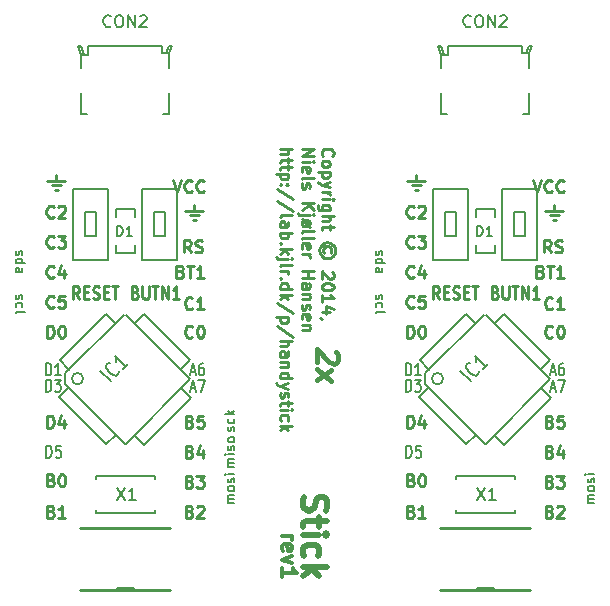
<source format=gto>
%FSLAX46Y46*%
G04 Gerber Fmt 4.6, Leading zero omitted, Abs format (unit mm)*
G04 Created by KiCad (PCBNEW (2014-08-08 BZR 5060)-product) date tir 19 aug 2014 17:24:29 CEST*
%MOMM*%
G01*
G04 APERTURE LIST*
%ADD10C,0.150000*%
%ADD11C,0.381000*%
%ADD12C,0.254000*%
%ADD13C,0.304800*%
%ADD14C,0.508000*%
%ADD15C,0.241300*%
%ADD16C,0.203200*%
%ADD17C,0.228600*%
%ADD18C,0.152400*%
G04 APERTURE END LIST*
D10*
D11*
X52747333Y-54752876D02*
X52832000Y-54848125D01*
X52916667Y-55028042D01*
X52916667Y-55451375D01*
X52832000Y-55610125D01*
X52747333Y-55684209D01*
X52578000Y-55747709D01*
X52408667Y-55726542D01*
X52154667Y-55610125D01*
X51138667Y-54467125D01*
X51138667Y-55567792D01*
X51138667Y-56160458D02*
X52324000Y-57239958D01*
X52324000Y-56308625D02*
X51138667Y-57091791D01*
D12*
X51656343Y-38160476D02*
X51607962Y-38112095D01*
X51559581Y-37966952D01*
X51559581Y-37870190D01*
X51607962Y-37725048D01*
X51704724Y-37628286D01*
X51801486Y-37579905D01*
X51995010Y-37531524D01*
X52140152Y-37531524D01*
X52333676Y-37579905D01*
X52430438Y-37628286D01*
X52527200Y-37725048D01*
X52575581Y-37870190D01*
X52575581Y-37966952D01*
X52527200Y-38112095D01*
X52478819Y-38160476D01*
X51559581Y-38741048D02*
X51607962Y-38644286D01*
X51656343Y-38595905D01*
X51753105Y-38547524D01*
X52043390Y-38547524D01*
X52140152Y-38595905D01*
X52188533Y-38644286D01*
X52236914Y-38741048D01*
X52236914Y-38886190D01*
X52188533Y-38982952D01*
X52140152Y-39031333D01*
X52043390Y-39079714D01*
X51753105Y-39079714D01*
X51656343Y-39031333D01*
X51607962Y-38982952D01*
X51559581Y-38886190D01*
X51559581Y-38741048D01*
X52236914Y-39515143D02*
X51220914Y-39515143D01*
X52188533Y-39515143D02*
X52236914Y-39611905D01*
X52236914Y-39805428D01*
X52188533Y-39902190D01*
X52140152Y-39950571D01*
X52043390Y-39998952D01*
X51753105Y-39998952D01*
X51656343Y-39950571D01*
X51607962Y-39902190D01*
X51559581Y-39805428D01*
X51559581Y-39611905D01*
X51607962Y-39515143D01*
X52236914Y-40337619D02*
X51559581Y-40579524D01*
X52236914Y-40821428D02*
X51559581Y-40579524D01*
X51317676Y-40482762D01*
X51269295Y-40434381D01*
X51220914Y-40337619D01*
X51559581Y-41208476D02*
X52236914Y-41208476D01*
X52043390Y-41208476D02*
X52140152Y-41256857D01*
X52188533Y-41305238D01*
X52236914Y-41402000D01*
X52236914Y-41498761D01*
X51559581Y-41837428D02*
X52236914Y-41837428D01*
X52575581Y-41837428D02*
X52527200Y-41789047D01*
X52478819Y-41837428D01*
X52527200Y-41885809D01*
X52575581Y-41837428D01*
X52478819Y-41837428D01*
X52236914Y-42756666D02*
X51414438Y-42756666D01*
X51317676Y-42708285D01*
X51269295Y-42659904D01*
X51220914Y-42563143D01*
X51220914Y-42418000D01*
X51269295Y-42321238D01*
X51607962Y-42756666D02*
X51559581Y-42659904D01*
X51559581Y-42466381D01*
X51607962Y-42369619D01*
X51656343Y-42321238D01*
X51753105Y-42272857D01*
X52043390Y-42272857D01*
X52140152Y-42321238D01*
X52188533Y-42369619D01*
X52236914Y-42466381D01*
X52236914Y-42659904D01*
X52188533Y-42756666D01*
X51559581Y-43240476D02*
X52575581Y-43240476D01*
X51559581Y-43675904D02*
X52091771Y-43675904D01*
X52188533Y-43627523D01*
X52236914Y-43530761D01*
X52236914Y-43385619D01*
X52188533Y-43288857D01*
X52140152Y-43240476D01*
X52236914Y-44014571D02*
X52236914Y-44401619D01*
X52575581Y-44159714D02*
X51704724Y-44159714D01*
X51607962Y-44208095D01*
X51559581Y-44304857D01*
X51559581Y-44401619D01*
X52333676Y-46336856D02*
X52382057Y-46240094D01*
X52382057Y-46046570D01*
X52333676Y-45949808D01*
X52236914Y-45853046D01*
X52140152Y-45804665D01*
X51946629Y-45804665D01*
X51849867Y-45853046D01*
X51753105Y-45949808D01*
X51704724Y-46046570D01*
X51704724Y-46240094D01*
X51753105Y-46336856D01*
X52720724Y-46143332D02*
X52672343Y-45901427D01*
X52527200Y-45659523D01*
X52285295Y-45514380D01*
X52043390Y-45465999D01*
X51801486Y-45514380D01*
X51559581Y-45659523D01*
X51414438Y-45901427D01*
X51366057Y-46143332D01*
X51414438Y-46385237D01*
X51559581Y-46627142D01*
X51801486Y-46772285D01*
X52043390Y-46820665D01*
X52285295Y-46772285D01*
X52527200Y-46627142D01*
X52672343Y-46385237D01*
X52720724Y-46143332D01*
X52478819Y-47981808D02*
X52527200Y-48030189D01*
X52575581Y-48126951D01*
X52575581Y-48368855D01*
X52527200Y-48465617D01*
X52478819Y-48513998D01*
X52382057Y-48562379D01*
X52285295Y-48562379D01*
X52140152Y-48513998D01*
X51559581Y-47933427D01*
X51559581Y-48562379D01*
X52575581Y-49191332D02*
X52575581Y-49288093D01*
X52527200Y-49384855D01*
X52478819Y-49433236D01*
X52382057Y-49481617D01*
X52188533Y-49529998D01*
X51946629Y-49529998D01*
X51753105Y-49481617D01*
X51656343Y-49433236D01*
X51607962Y-49384855D01*
X51559581Y-49288093D01*
X51559581Y-49191332D01*
X51607962Y-49094570D01*
X51656343Y-49046189D01*
X51753105Y-48997808D01*
X51946629Y-48949427D01*
X52188533Y-48949427D01*
X52382057Y-48997808D01*
X52478819Y-49046189D01*
X52527200Y-49094570D01*
X52575581Y-49191332D01*
X51559581Y-50497617D02*
X51559581Y-49917046D01*
X51559581Y-50207332D02*
X52575581Y-50207332D01*
X52430438Y-50110570D01*
X52333676Y-50013808D01*
X52285295Y-49917046D01*
X52236914Y-51368474D02*
X51559581Y-51368474D01*
X52623962Y-51126570D02*
X51898248Y-50884665D01*
X51898248Y-51513617D01*
X51607962Y-51949046D02*
X51559581Y-51949046D01*
X51462819Y-51900665D01*
X51414438Y-51852284D01*
X49883181Y-37579905D02*
X50899181Y-37579905D01*
X49883181Y-38160476D01*
X50899181Y-38160476D01*
X49883181Y-38644286D02*
X50560514Y-38644286D01*
X50899181Y-38644286D02*
X50850800Y-38595905D01*
X50802419Y-38644286D01*
X50850800Y-38692667D01*
X50899181Y-38644286D01*
X50802419Y-38644286D01*
X49931562Y-39515143D02*
X49883181Y-39418381D01*
X49883181Y-39224858D01*
X49931562Y-39128096D01*
X50028324Y-39079715D01*
X50415371Y-39079715D01*
X50512133Y-39128096D01*
X50560514Y-39224858D01*
X50560514Y-39418381D01*
X50512133Y-39515143D01*
X50415371Y-39563524D01*
X50318610Y-39563524D01*
X50221848Y-39079715D01*
X49883181Y-40144096D02*
X49931562Y-40047334D01*
X50028324Y-39998953D01*
X50899181Y-39998953D01*
X49931562Y-40482762D02*
X49883181Y-40579524D01*
X49883181Y-40773048D01*
X49931562Y-40869809D01*
X50028324Y-40918190D01*
X50076705Y-40918190D01*
X50173467Y-40869809D01*
X50221848Y-40773048D01*
X50221848Y-40627905D01*
X50270229Y-40531143D01*
X50366990Y-40482762D01*
X50415371Y-40482762D01*
X50512133Y-40531143D01*
X50560514Y-40627905D01*
X50560514Y-40773048D01*
X50512133Y-40869809D01*
X49883181Y-42127714D02*
X50899181Y-42127714D01*
X49883181Y-42708285D02*
X50463752Y-42272857D01*
X50899181Y-42708285D02*
X50318610Y-42127714D01*
X50560514Y-43143714D02*
X49689657Y-43143714D01*
X49592895Y-43095333D01*
X49544514Y-42998571D01*
X49544514Y-42950190D01*
X50899181Y-43143714D02*
X50850800Y-43095333D01*
X50802419Y-43143714D01*
X50850800Y-43192095D01*
X50899181Y-43143714D01*
X50802419Y-43143714D01*
X50560514Y-44159714D02*
X49883181Y-43530762D01*
X49883181Y-43772667D02*
X49931562Y-43675905D01*
X49979943Y-43627524D01*
X50076705Y-43579143D01*
X50366990Y-43579143D01*
X50463752Y-43627524D01*
X50512133Y-43675905D01*
X50560514Y-43772667D01*
X50560514Y-43917809D01*
X50512133Y-44014571D01*
X50463752Y-44062952D01*
X50366990Y-44111333D01*
X50076705Y-44111333D01*
X49979943Y-44062952D01*
X49931562Y-44014571D01*
X49883181Y-43917809D01*
X49883181Y-43772667D01*
X49883181Y-44691905D02*
X49931562Y-44595143D01*
X50028324Y-44546762D01*
X50899181Y-44546762D01*
X49883181Y-45224095D02*
X49931562Y-45127333D01*
X50028324Y-45078952D01*
X50899181Y-45078952D01*
X49931562Y-45998189D02*
X49883181Y-45901427D01*
X49883181Y-45707904D01*
X49931562Y-45611142D01*
X50028324Y-45562761D01*
X50415371Y-45562761D01*
X50512133Y-45611142D01*
X50560514Y-45707904D01*
X50560514Y-45901427D01*
X50512133Y-45998189D01*
X50415371Y-46046570D01*
X50318610Y-46046570D01*
X50221848Y-45562761D01*
X49883181Y-46481999D02*
X50560514Y-46481999D01*
X50366990Y-46481999D02*
X50463752Y-46530380D01*
X50512133Y-46578761D01*
X50560514Y-46675523D01*
X50560514Y-46772284D01*
X49883181Y-47885046D02*
X50899181Y-47885046D01*
X50415371Y-47885046D02*
X50415371Y-48465617D01*
X49883181Y-48465617D02*
X50899181Y-48465617D01*
X49883181Y-49384855D02*
X50415371Y-49384855D01*
X50512133Y-49336474D01*
X50560514Y-49239712D01*
X50560514Y-49046189D01*
X50512133Y-48949427D01*
X49931562Y-49384855D02*
X49883181Y-49288093D01*
X49883181Y-49046189D01*
X49931562Y-48949427D01*
X50028324Y-48901046D01*
X50125086Y-48901046D01*
X50221848Y-48949427D01*
X50270229Y-49046189D01*
X50270229Y-49288093D01*
X50318610Y-49384855D01*
X50560514Y-49868665D02*
X49883181Y-49868665D01*
X50463752Y-49868665D02*
X50512133Y-49917046D01*
X50560514Y-50013808D01*
X50560514Y-50158950D01*
X50512133Y-50255712D01*
X50415371Y-50304093D01*
X49883181Y-50304093D01*
X49931562Y-50739522D02*
X49883181Y-50836284D01*
X49883181Y-51029808D01*
X49931562Y-51126569D01*
X50028324Y-51174950D01*
X50076705Y-51174950D01*
X50173467Y-51126569D01*
X50221848Y-51029808D01*
X50221848Y-50884665D01*
X50270229Y-50787903D01*
X50366990Y-50739522D01*
X50415371Y-50739522D01*
X50512133Y-50787903D01*
X50560514Y-50884665D01*
X50560514Y-51029808D01*
X50512133Y-51126569D01*
X49931562Y-51997426D02*
X49883181Y-51900664D01*
X49883181Y-51707141D01*
X49931562Y-51610379D01*
X50028324Y-51561998D01*
X50415371Y-51561998D01*
X50512133Y-51610379D01*
X50560514Y-51707141D01*
X50560514Y-51900664D01*
X50512133Y-51997426D01*
X50415371Y-52045807D01*
X50318610Y-52045807D01*
X50221848Y-51561998D01*
X50560514Y-52481236D02*
X49883181Y-52481236D01*
X50463752Y-52481236D02*
X50512133Y-52529617D01*
X50560514Y-52626379D01*
X50560514Y-52771521D01*
X50512133Y-52868283D01*
X50415371Y-52916664D01*
X49883181Y-52916664D01*
X48054381Y-37579905D02*
X49070381Y-37579905D01*
X48054381Y-38015333D02*
X48586571Y-38015333D01*
X48683333Y-37966952D01*
X48731714Y-37870190D01*
X48731714Y-37725048D01*
X48683333Y-37628286D01*
X48634952Y-37579905D01*
X48731714Y-38354000D02*
X48731714Y-38741048D01*
X49070381Y-38499143D02*
X48199524Y-38499143D01*
X48102762Y-38547524D01*
X48054381Y-38644286D01*
X48054381Y-38741048D01*
X48731714Y-38934571D02*
X48731714Y-39321619D01*
X49070381Y-39079714D02*
X48199524Y-39079714D01*
X48102762Y-39128095D01*
X48054381Y-39224857D01*
X48054381Y-39321619D01*
X48731714Y-39660285D02*
X47715714Y-39660285D01*
X48683333Y-39660285D02*
X48731714Y-39757047D01*
X48731714Y-39950570D01*
X48683333Y-40047332D01*
X48634952Y-40095713D01*
X48538190Y-40144094D01*
X48247905Y-40144094D01*
X48151143Y-40095713D01*
X48102762Y-40047332D01*
X48054381Y-39950570D01*
X48054381Y-39757047D01*
X48102762Y-39660285D01*
X48151143Y-40579523D02*
X48102762Y-40627904D01*
X48054381Y-40579523D01*
X48102762Y-40531142D01*
X48151143Y-40579523D01*
X48054381Y-40579523D01*
X48683333Y-40579523D02*
X48634952Y-40627904D01*
X48586571Y-40579523D01*
X48634952Y-40531142D01*
X48683333Y-40579523D01*
X48586571Y-40579523D01*
X49118762Y-41789047D02*
X47812476Y-40918190D01*
X49118762Y-42853428D02*
X47812476Y-41982571D01*
X48054381Y-43337238D02*
X48102762Y-43240476D01*
X48199524Y-43192095D01*
X49070381Y-43192095D01*
X48054381Y-44159713D02*
X48586571Y-44159713D01*
X48683333Y-44111332D01*
X48731714Y-44014570D01*
X48731714Y-43821047D01*
X48683333Y-43724285D01*
X48102762Y-44159713D02*
X48054381Y-44062951D01*
X48054381Y-43821047D01*
X48102762Y-43724285D01*
X48199524Y-43675904D01*
X48296286Y-43675904D01*
X48393048Y-43724285D01*
X48441429Y-43821047D01*
X48441429Y-44062951D01*
X48489810Y-44159713D01*
X48054381Y-44643523D02*
X49070381Y-44643523D01*
X48683333Y-44643523D02*
X48731714Y-44740285D01*
X48731714Y-44933808D01*
X48683333Y-45030570D01*
X48634952Y-45078951D01*
X48538190Y-45127332D01*
X48247905Y-45127332D01*
X48151143Y-45078951D01*
X48102762Y-45030570D01*
X48054381Y-44933808D01*
X48054381Y-44740285D01*
X48102762Y-44643523D01*
X48151143Y-45562761D02*
X48102762Y-45611142D01*
X48054381Y-45562761D01*
X48102762Y-45514380D01*
X48151143Y-45562761D01*
X48054381Y-45562761D01*
X48054381Y-46046571D02*
X49070381Y-46046571D01*
X48441429Y-46143333D02*
X48054381Y-46433618D01*
X48731714Y-46433618D02*
X48344667Y-46046571D01*
X48731714Y-46869047D02*
X47860857Y-46869047D01*
X47764095Y-46820666D01*
X47715714Y-46723904D01*
X47715714Y-46675523D01*
X49070381Y-46869047D02*
X49022000Y-46820666D01*
X48973619Y-46869047D01*
X49022000Y-46917428D01*
X49070381Y-46869047D01*
X48973619Y-46869047D01*
X48054381Y-47498000D02*
X48102762Y-47401238D01*
X48199524Y-47352857D01*
X49070381Y-47352857D01*
X48054381Y-47885047D02*
X48731714Y-47885047D01*
X48538190Y-47885047D02*
X48634952Y-47933428D01*
X48683333Y-47981809D01*
X48731714Y-48078571D01*
X48731714Y-48175332D01*
X48151143Y-48513999D02*
X48102762Y-48562380D01*
X48054381Y-48513999D01*
X48102762Y-48465618D01*
X48151143Y-48513999D01*
X48054381Y-48513999D01*
X48054381Y-49433237D02*
X49070381Y-49433237D01*
X48102762Y-49433237D02*
X48054381Y-49336475D01*
X48054381Y-49142952D01*
X48102762Y-49046190D01*
X48151143Y-48997809D01*
X48247905Y-48949428D01*
X48538190Y-48949428D01*
X48634952Y-48997809D01*
X48683333Y-49046190D01*
X48731714Y-49142952D01*
X48731714Y-49336475D01*
X48683333Y-49433237D01*
X48054381Y-49917047D02*
X49070381Y-49917047D01*
X48441429Y-50013809D02*
X48054381Y-50304094D01*
X48731714Y-50304094D02*
X48344667Y-49917047D01*
X49118762Y-51465237D02*
X47812476Y-50594380D01*
X48731714Y-51803904D02*
X47715714Y-51803904D01*
X48683333Y-51803904D02*
X48731714Y-51900666D01*
X48731714Y-52094189D01*
X48683333Y-52190951D01*
X48634952Y-52239332D01*
X48538190Y-52287713D01*
X48247905Y-52287713D01*
X48151143Y-52239332D01*
X48102762Y-52190951D01*
X48054381Y-52094189D01*
X48054381Y-51900666D01*
X48102762Y-51803904D01*
X49118762Y-53448856D02*
X47812476Y-52577999D01*
X48054381Y-53787523D02*
X49070381Y-53787523D01*
X48054381Y-54222951D02*
X48586571Y-54222951D01*
X48683333Y-54174570D01*
X48731714Y-54077808D01*
X48731714Y-53932666D01*
X48683333Y-53835904D01*
X48634952Y-53787523D01*
X48054381Y-55142189D02*
X48586571Y-55142189D01*
X48683333Y-55093808D01*
X48731714Y-54997046D01*
X48731714Y-54803523D01*
X48683333Y-54706761D01*
X48102762Y-55142189D02*
X48054381Y-55045427D01*
X48054381Y-54803523D01*
X48102762Y-54706761D01*
X48199524Y-54658380D01*
X48296286Y-54658380D01*
X48393048Y-54706761D01*
X48441429Y-54803523D01*
X48441429Y-55045427D01*
X48489810Y-55142189D01*
X48731714Y-55625999D02*
X48054381Y-55625999D01*
X48634952Y-55625999D02*
X48683333Y-55674380D01*
X48731714Y-55771142D01*
X48731714Y-55916284D01*
X48683333Y-56013046D01*
X48586571Y-56061427D01*
X48054381Y-56061427D01*
X48054381Y-56980665D02*
X49070381Y-56980665D01*
X48102762Y-56980665D02*
X48054381Y-56883903D01*
X48054381Y-56690380D01*
X48102762Y-56593618D01*
X48151143Y-56545237D01*
X48247905Y-56496856D01*
X48538190Y-56496856D01*
X48634952Y-56545237D01*
X48683333Y-56593618D01*
X48731714Y-56690380D01*
X48731714Y-56883903D01*
X48683333Y-56980665D01*
X48731714Y-57367713D02*
X48054381Y-57609618D01*
X48731714Y-57851522D02*
X48054381Y-57609618D01*
X47812476Y-57512856D01*
X47764095Y-57464475D01*
X47715714Y-57367713D01*
X48102762Y-58190189D02*
X48054381Y-58286951D01*
X48054381Y-58480475D01*
X48102762Y-58577236D01*
X48199524Y-58625617D01*
X48247905Y-58625617D01*
X48344667Y-58577236D01*
X48393048Y-58480475D01*
X48393048Y-58335332D01*
X48441429Y-58238570D01*
X48538190Y-58190189D01*
X48586571Y-58190189D01*
X48683333Y-58238570D01*
X48731714Y-58335332D01*
X48731714Y-58480475D01*
X48683333Y-58577236D01*
X48731714Y-58915903D02*
X48731714Y-59302951D01*
X49070381Y-59061046D02*
X48199524Y-59061046D01*
X48102762Y-59109427D01*
X48054381Y-59206189D01*
X48054381Y-59302951D01*
X48054381Y-59641617D02*
X48731714Y-59641617D01*
X49070381Y-59641617D02*
X49022000Y-59593236D01*
X48973619Y-59641617D01*
X49022000Y-59689998D01*
X49070381Y-59641617D01*
X48973619Y-59641617D01*
X48102762Y-60560855D02*
X48054381Y-60464093D01*
X48054381Y-60270570D01*
X48102762Y-60173808D01*
X48151143Y-60125427D01*
X48247905Y-60077046D01*
X48538190Y-60077046D01*
X48634952Y-60125427D01*
X48683333Y-60173808D01*
X48731714Y-60270570D01*
X48731714Y-60464093D01*
X48683333Y-60560855D01*
X48054381Y-60996284D02*
X49070381Y-60996284D01*
X48441429Y-61093046D02*
X48054381Y-61383331D01*
X48731714Y-61383331D02*
X48344667Y-60996284D01*
D13*
X48193476Y-70291477D02*
X49040143Y-70291477D01*
X48798238Y-70291477D02*
X48919190Y-70351953D01*
X48979667Y-70412429D01*
X49040143Y-70533382D01*
X49040143Y-70654334D01*
X48253952Y-71561476D02*
X48193476Y-71440524D01*
X48193476Y-71198619D01*
X48253952Y-71077667D01*
X48374905Y-71017191D01*
X48858714Y-71017191D01*
X48979667Y-71077667D01*
X49040143Y-71198619D01*
X49040143Y-71440524D01*
X48979667Y-71561476D01*
X48858714Y-71621953D01*
X48737762Y-71621953D01*
X48616810Y-71017191D01*
X49040143Y-72045286D02*
X48193476Y-72347667D01*
X49040143Y-72650047D01*
X48193476Y-73799095D02*
X48193476Y-73073381D01*
X48193476Y-73436238D02*
X49463476Y-73436238D01*
X49282048Y-73315286D01*
X49161095Y-73194333D01*
X49100619Y-73073381D01*
D14*
X50104524Y-67019715D02*
X50007762Y-67310000D01*
X50007762Y-67793810D01*
X50104524Y-67987334D01*
X50201286Y-68084096D01*
X50394810Y-68180857D01*
X50588333Y-68180857D01*
X50781857Y-68084096D01*
X50878619Y-67987334D01*
X50975381Y-67793810D01*
X51072143Y-67406762D01*
X51168905Y-67213238D01*
X51265667Y-67116477D01*
X51459190Y-67019715D01*
X51652714Y-67019715D01*
X51846238Y-67116477D01*
X51943000Y-67213238D01*
X52039762Y-67406762D01*
X52039762Y-67890572D01*
X51943000Y-68180857D01*
X51362429Y-68761429D02*
X51362429Y-69535524D01*
X52039762Y-69051715D02*
X50298048Y-69051715D01*
X50104524Y-69148476D01*
X50007762Y-69342000D01*
X50007762Y-69535524D01*
X50007762Y-70212858D02*
X51362429Y-70212858D01*
X52039762Y-70212858D02*
X51943000Y-70116096D01*
X51846238Y-70212858D01*
X51943000Y-70309619D01*
X52039762Y-70212858D01*
X51846238Y-70212858D01*
X50104524Y-72051334D02*
X50007762Y-71857810D01*
X50007762Y-71470762D01*
X50104524Y-71277238D01*
X50201286Y-71180477D01*
X50394810Y-71083715D01*
X50975381Y-71083715D01*
X51168905Y-71180477D01*
X51265667Y-71277238D01*
X51362429Y-71470762D01*
X51362429Y-71857810D01*
X51265667Y-72051334D01*
X50007762Y-72922191D02*
X52039762Y-72922191D01*
X50781857Y-73115714D02*
X50007762Y-73696286D01*
X51362429Y-73696286D02*
X50588333Y-72922191D01*
D15*
X59127571Y-68253429D02*
X59272714Y-68301810D01*
X59321095Y-68350190D01*
X59369476Y-68446952D01*
X59369476Y-68592095D01*
X59321095Y-68688857D01*
X59272714Y-68737238D01*
X59175952Y-68785619D01*
X58788905Y-68785619D01*
X58788905Y-67769619D01*
X59127571Y-67769619D01*
X59224333Y-67818000D01*
X59272714Y-67866381D01*
X59321095Y-67963143D01*
X59321095Y-68059905D01*
X59272714Y-68156667D01*
X59224333Y-68205048D01*
X59127571Y-68253429D01*
X58788905Y-68253429D01*
X60337095Y-68785619D02*
X59756524Y-68785619D01*
X60046810Y-68785619D02*
X60046810Y-67769619D01*
X59950048Y-67914762D01*
X59853286Y-68011524D01*
X59756524Y-68059905D01*
D16*
X58709077Y-58117619D02*
X58709077Y-57101619D01*
X58902601Y-57101619D01*
X59018715Y-57150000D01*
X59096124Y-57246762D01*
X59134829Y-57343524D01*
X59173534Y-57537048D01*
X59173534Y-57682190D01*
X59134829Y-57875714D01*
X59096124Y-57972476D01*
X59018715Y-58069238D01*
X58902601Y-58117619D01*
X58709077Y-58117619D01*
X59444467Y-57101619D02*
X59947629Y-57101619D01*
X59676696Y-57488667D01*
X59792810Y-57488667D01*
X59870220Y-57537048D01*
X59908924Y-57585429D01*
X59947629Y-57682190D01*
X59947629Y-57924095D01*
X59908924Y-58020857D01*
X59870220Y-58069238D01*
X59792810Y-58117619D01*
X59560582Y-58117619D01*
X59483172Y-58069238D01*
X59444467Y-58020857D01*
D12*
X59369476Y-50908857D02*
X59321095Y-50957238D01*
X59175952Y-51005619D01*
X59079190Y-51005619D01*
X58934048Y-50957238D01*
X58837286Y-50860476D01*
X58788905Y-50763714D01*
X58740524Y-50570190D01*
X58740524Y-50425048D01*
X58788905Y-50231524D01*
X58837286Y-50134762D01*
X58934048Y-50038000D01*
X59079190Y-49989619D01*
X59175952Y-49989619D01*
X59321095Y-50038000D01*
X59369476Y-50086381D01*
X60288714Y-49989619D02*
X59804905Y-49989619D01*
X59756524Y-50473429D01*
X59804905Y-50425048D01*
X59901667Y-50376667D01*
X60143571Y-50376667D01*
X60240333Y-50425048D01*
X60288714Y-50473429D01*
X60337095Y-50570190D01*
X60337095Y-50812095D01*
X60288714Y-50908857D01*
X60240333Y-50957238D01*
X60143571Y-51005619D01*
X59901667Y-51005619D01*
X59804905Y-50957238D01*
X59756524Y-50908857D01*
D15*
X59127571Y-65586429D02*
X59272714Y-65634810D01*
X59321095Y-65683190D01*
X59369476Y-65779952D01*
X59369476Y-65925095D01*
X59321095Y-66021857D01*
X59272714Y-66070238D01*
X59175952Y-66118619D01*
X58788905Y-66118619D01*
X58788905Y-65102619D01*
X59127571Y-65102619D01*
X59224333Y-65151000D01*
X59272714Y-65199381D01*
X59321095Y-65296143D01*
X59321095Y-65392905D01*
X59272714Y-65489667D01*
X59224333Y-65538048D01*
X59127571Y-65586429D01*
X58788905Y-65586429D01*
X59998429Y-65102619D02*
X60095190Y-65102619D01*
X60191952Y-65151000D01*
X60240333Y-65199381D01*
X60288714Y-65296143D01*
X60337095Y-65489667D01*
X60337095Y-65731571D01*
X60288714Y-65925095D01*
X60240333Y-66021857D01*
X60191952Y-66070238D01*
X60095190Y-66118619D01*
X59998429Y-66118619D01*
X59901667Y-66070238D01*
X59853286Y-66021857D01*
X59804905Y-65925095D01*
X59756524Y-65731571D01*
X59756524Y-65489667D01*
X59804905Y-65296143D01*
X59853286Y-65199381D01*
X59901667Y-65151000D01*
X59998429Y-65102619D01*
D16*
X58740524Y-63705619D02*
X58740524Y-62689619D01*
X58934048Y-62689619D01*
X59050162Y-62738000D01*
X59127571Y-62834762D01*
X59166276Y-62931524D01*
X59204981Y-63125048D01*
X59204981Y-63270190D01*
X59166276Y-63463714D01*
X59127571Y-63560476D01*
X59050162Y-63657238D01*
X58934048Y-63705619D01*
X58740524Y-63705619D01*
X59940371Y-62689619D02*
X59553324Y-62689619D01*
X59514619Y-63173429D01*
X59553324Y-63125048D01*
X59630733Y-63076667D01*
X59824257Y-63076667D01*
X59901667Y-63125048D01*
X59940371Y-63173429D01*
X59979076Y-63270190D01*
X59979076Y-63512095D01*
X59940371Y-63608857D01*
X59901667Y-63657238D01*
X59824257Y-63705619D01*
X59630733Y-63705619D01*
X59553324Y-63657238D01*
X59514619Y-63608857D01*
D12*
X58788905Y-61165619D02*
X58788905Y-60149619D01*
X59030810Y-60149619D01*
X59175952Y-60198000D01*
X59272714Y-60294762D01*
X59321095Y-60391524D01*
X59369476Y-60585048D01*
X59369476Y-60730190D01*
X59321095Y-60923714D01*
X59272714Y-61020476D01*
X59175952Y-61117238D01*
X59030810Y-61165619D01*
X58788905Y-61165619D01*
X60240333Y-60488286D02*
X60240333Y-61165619D01*
X59998429Y-60101238D02*
X59756524Y-60826952D01*
X60385476Y-60826952D01*
D16*
X58709077Y-56720619D02*
X58709077Y-55704619D01*
X58902601Y-55704619D01*
X59018715Y-55753000D01*
X59096124Y-55849762D01*
X59134829Y-55946524D01*
X59173534Y-56140048D01*
X59173534Y-56285190D01*
X59134829Y-56478714D01*
X59096124Y-56575476D01*
X59018715Y-56672238D01*
X58902601Y-56720619D01*
X58709077Y-56720619D01*
X59947629Y-56720619D02*
X59483172Y-56720619D01*
X59715401Y-56720619D02*
X59715401Y-55704619D01*
X59637991Y-55849762D01*
X59560582Y-55946524D01*
X59483172Y-55994905D01*
D15*
X58788905Y-53545619D02*
X58788905Y-52529619D01*
X59030810Y-52529619D01*
X59175952Y-52578000D01*
X59272714Y-52674762D01*
X59321095Y-52771524D01*
X59369476Y-52965048D01*
X59369476Y-53110190D01*
X59321095Y-53303714D01*
X59272714Y-53400476D01*
X59175952Y-53497238D01*
X59030810Y-53545619D01*
X58788905Y-53545619D01*
X59998429Y-52529619D02*
X60095190Y-52529619D01*
X60191952Y-52578000D01*
X60240333Y-52626381D01*
X60288714Y-52723143D01*
X60337095Y-52916667D01*
X60337095Y-53158571D01*
X60288714Y-53352095D01*
X60240333Y-53448857D01*
X60191952Y-53497238D01*
X60095190Y-53545619D01*
X59998429Y-53545619D01*
X59901667Y-53497238D01*
X59853286Y-53448857D01*
X59804905Y-53352095D01*
X59756524Y-53158571D01*
X59756524Y-52916667D01*
X59804905Y-52723143D01*
X59853286Y-52626381D01*
X59901667Y-52578000D01*
X59998429Y-52529619D01*
D12*
X59369476Y-48368857D02*
X59321095Y-48417238D01*
X59175952Y-48465619D01*
X59079190Y-48465619D01*
X58934048Y-48417238D01*
X58837286Y-48320476D01*
X58788905Y-48223714D01*
X58740524Y-48030190D01*
X58740524Y-47885048D01*
X58788905Y-47691524D01*
X58837286Y-47594762D01*
X58934048Y-47498000D01*
X59079190Y-47449619D01*
X59175952Y-47449619D01*
X59321095Y-47498000D01*
X59369476Y-47546381D01*
X60240333Y-47788286D02*
X60240333Y-48465619D01*
X59998429Y-47401238D02*
X59756524Y-48126952D01*
X60385476Y-48126952D01*
X59369476Y-45828857D02*
X59321095Y-45877238D01*
X59175952Y-45925619D01*
X59079190Y-45925619D01*
X58934048Y-45877238D01*
X58837286Y-45780476D01*
X58788905Y-45683714D01*
X58740524Y-45490190D01*
X58740524Y-45345048D01*
X58788905Y-45151524D01*
X58837286Y-45054762D01*
X58934048Y-44958000D01*
X59079190Y-44909619D01*
X59175952Y-44909619D01*
X59321095Y-44958000D01*
X59369476Y-45006381D01*
X59708143Y-44909619D02*
X60337095Y-44909619D01*
X59998429Y-45296667D01*
X60143571Y-45296667D01*
X60240333Y-45345048D01*
X60288714Y-45393429D01*
X60337095Y-45490190D01*
X60337095Y-45732095D01*
X60288714Y-45828857D01*
X60240333Y-45877238D01*
X60143571Y-45925619D01*
X59853286Y-45925619D01*
X59756524Y-45877238D01*
X59708143Y-45828857D01*
X59369476Y-43288857D02*
X59321095Y-43337238D01*
X59175952Y-43385619D01*
X59079190Y-43385619D01*
X58934048Y-43337238D01*
X58837286Y-43240476D01*
X58788905Y-43143714D01*
X58740524Y-42950190D01*
X58740524Y-42805048D01*
X58788905Y-42611524D01*
X58837286Y-42514762D01*
X58934048Y-42418000D01*
X59079190Y-42369619D01*
X59175952Y-42369619D01*
X59321095Y-42418000D01*
X59369476Y-42466381D01*
X59756524Y-42466381D02*
X59804905Y-42418000D01*
X59901667Y-42369619D01*
X60143571Y-42369619D01*
X60240333Y-42418000D01*
X60288714Y-42466381D01*
X60337095Y-42563143D01*
X60337095Y-42659905D01*
X60288714Y-42805048D01*
X59708143Y-43385619D01*
X60337095Y-43385619D01*
X58801000Y-40259000D02*
X60325000Y-40259000D01*
X59563000Y-40259000D02*
X59563000Y-39751000D01*
X59182000Y-40640000D02*
X59944000Y-40640000D01*
X59436000Y-41021000D02*
X59690000Y-41021000D01*
X71120000Y-43561000D02*
X71374000Y-43561000D01*
X70866000Y-43180000D02*
X71628000Y-43180000D01*
X71247000Y-42799000D02*
X71247000Y-42291000D01*
X70485000Y-42799000D02*
X72009000Y-42799000D01*
X69456905Y-40210619D02*
X69795572Y-41226619D01*
X70134238Y-40210619D01*
X71053476Y-41129857D02*
X71005095Y-41178238D01*
X70859952Y-41226619D01*
X70763190Y-41226619D01*
X70618048Y-41178238D01*
X70521286Y-41081476D01*
X70472905Y-40984714D01*
X70424524Y-40791190D01*
X70424524Y-40646048D01*
X70472905Y-40452524D01*
X70521286Y-40355762D01*
X70618048Y-40259000D01*
X70763190Y-40210619D01*
X70859952Y-40210619D01*
X71005095Y-40259000D01*
X71053476Y-40307381D01*
X72069476Y-41129857D02*
X72021095Y-41178238D01*
X71875952Y-41226619D01*
X71779190Y-41226619D01*
X71634048Y-41178238D01*
X71537286Y-41081476D01*
X71488905Y-40984714D01*
X71440524Y-40791190D01*
X71440524Y-40646048D01*
X71488905Y-40452524D01*
X71537286Y-40355762D01*
X71634048Y-40259000D01*
X71779190Y-40210619D01*
X71875952Y-40210619D01*
X72021095Y-40259000D01*
X72069476Y-40307381D01*
X70974857Y-46306619D02*
X70636191Y-45822810D01*
X70394286Y-46306619D02*
X70394286Y-45290619D01*
X70781333Y-45290619D01*
X70878095Y-45339000D01*
X70926476Y-45387381D01*
X70974857Y-45484143D01*
X70974857Y-45629286D01*
X70926476Y-45726048D01*
X70878095Y-45774429D01*
X70781333Y-45822810D01*
X70394286Y-45822810D01*
X71361905Y-46258238D02*
X71507048Y-46306619D01*
X71748952Y-46306619D01*
X71845714Y-46258238D01*
X71894095Y-46209857D01*
X71942476Y-46113095D01*
X71942476Y-46016333D01*
X71894095Y-45919571D01*
X71845714Y-45871190D01*
X71748952Y-45822810D01*
X71555429Y-45774429D01*
X71458667Y-45726048D01*
X71410286Y-45677667D01*
X71361905Y-45580905D01*
X71361905Y-45484143D01*
X71410286Y-45387381D01*
X71458667Y-45339000D01*
X71555429Y-45290619D01*
X71797333Y-45290619D01*
X71942476Y-45339000D01*
X70085857Y-47933429D02*
X70231000Y-47981810D01*
X70279381Y-48030190D01*
X70327762Y-48126952D01*
X70327762Y-48272095D01*
X70279381Y-48368857D01*
X70231000Y-48417238D01*
X70134238Y-48465619D01*
X69747191Y-48465619D01*
X69747191Y-47449619D01*
X70085857Y-47449619D01*
X70182619Y-47498000D01*
X70231000Y-47546381D01*
X70279381Y-47643143D01*
X70279381Y-47739905D01*
X70231000Y-47836667D01*
X70182619Y-47885048D01*
X70085857Y-47933429D01*
X69747191Y-47933429D01*
X70618048Y-47449619D02*
X71198619Y-47449619D01*
X70908334Y-48465619D02*
X70908334Y-47449619D01*
X72069476Y-48465619D02*
X71488905Y-48465619D01*
X71779191Y-48465619D02*
X71779191Y-47449619D01*
X71682429Y-47594762D01*
X71585667Y-47691524D01*
X71488905Y-47739905D01*
X71101857Y-51035857D02*
X71053476Y-51084238D01*
X70908333Y-51132619D01*
X70811571Y-51132619D01*
X70666429Y-51084238D01*
X70569667Y-50987476D01*
X70521286Y-50890714D01*
X70472905Y-50697190D01*
X70472905Y-50552048D01*
X70521286Y-50358524D01*
X70569667Y-50261762D01*
X70666429Y-50165000D01*
X70811571Y-50116619D01*
X70908333Y-50116619D01*
X71053476Y-50165000D01*
X71101857Y-50213381D01*
X72069476Y-51132619D02*
X71488905Y-51132619D01*
X71779191Y-51132619D02*
X71779191Y-50116619D01*
X71682429Y-50261762D01*
X71585667Y-50358524D01*
X71488905Y-50406905D01*
X71101857Y-53448857D02*
X71053476Y-53497238D01*
X70908333Y-53545619D01*
X70811571Y-53545619D01*
X70666429Y-53497238D01*
X70569667Y-53400476D01*
X70521286Y-53303714D01*
X70472905Y-53110190D01*
X70472905Y-52965048D01*
X70521286Y-52771524D01*
X70569667Y-52674762D01*
X70666429Y-52578000D01*
X70811571Y-52529619D01*
X70908333Y-52529619D01*
X71053476Y-52578000D01*
X71101857Y-52626381D01*
X71730810Y-52529619D02*
X71827571Y-52529619D01*
X71924333Y-52578000D01*
X71972714Y-52626381D01*
X72021095Y-52723143D01*
X72069476Y-52916667D01*
X72069476Y-53158571D01*
X72021095Y-53352095D01*
X71972714Y-53448857D01*
X71924333Y-53497238D01*
X71827571Y-53545619D01*
X71730810Y-53545619D01*
X71634048Y-53497238D01*
X71585667Y-53448857D01*
X71537286Y-53352095D01*
X71488905Y-53158571D01*
X71488905Y-52916667D01*
X71537286Y-52723143D01*
X71585667Y-52626381D01*
X71634048Y-52578000D01*
X71730810Y-52529619D01*
D16*
X70947038Y-56430333D02*
X71334086Y-56430333D01*
X70869629Y-56720619D02*
X71140562Y-55704619D01*
X71411495Y-56720619D01*
X72030772Y-55704619D02*
X71875953Y-55704619D01*
X71798543Y-55753000D01*
X71759838Y-55801381D01*
X71682429Y-55946524D01*
X71643724Y-56140048D01*
X71643724Y-56527095D01*
X71682429Y-56623857D01*
X71721134Y-56672238D01*
X71798543Y-56720619D01*
X71953362Y-56720619D01*
X72030772Y-56672238D01*
X72069476Y-56623857D01*
X72108181Y-56527095D01*
X72108181Y-56285190D01*
X72069476Y-56188429D01*
X72030772Y-56140048D01*
X71953362Y-56091667D01*
X71798543Y-56091667D01*
X71721134Y-56140048D01*
X71682429Y-56188429D01*
X71643724Y-56285190D01*
D12*
X70859952Y-60633429D02*
X71005095Y-60681810D01*
X71053476Y-60730190D01*
X71101857Y-60826952D01*
X71101857Y-60972095D01*
X71053476Y-61068857D01*
X71005095Y-61117238D01*
X70908333Y-61165619D01*
X70521286Y-61165619D01*
X70521286Y-60149619D01*
X70859952Y-60149619D01*
X70956714Y-60198000D01*
X71005095Y-60246381D01*
X71053476Y-60343143D01*
X71053476Y-60439905D01*
X71005095Y-60536667D01*
X70956714Y-60585048D01*
X70859952Y-60633429D01*
X70521286Y-60633429D01*
X72021095Y-60149619D02*
X71537286Y-60149619D01*
X71488905Y-60633429D01*
X71537286Y-60585048D01*
X71634048Y-60536667D01*
X71875952Y-60536667D01*
X71972714Y-60585048D01*
X72021095Y-60633429D01*
X72069476Y-60730190D01*
X72069476Y-60972095D01*
X72021095Y-61068857D01*
X71972714Y-61117238D01*
X71875952Y-61165619D01*
X71634048Y-61165619D01*
X71537286Y-61117238D01*
X71488905Y-61068857D01*
D16*
X70947038Y-57827333D02*
X71334086Y-57827333D01*
X70869629Y-58117619D02*
X71140562Y-57101619D01*
X71411495Y-58117619D01*
X71605019Y-57101619D02*
X72146886Y-57101619D01*
X71798543Y-58117619D01*
D12*
X70859952Y-63173429D02*
X71005095Y-63221810D01*
X71053476Y-63270190D01*
X71101857Y-63366952D01*
X71101857Y-63512095D01*
X71053476Y-63608857D01*
X71005095Y-63657238D01*
X70908333Y-63705619D01*
X70521286Y-63705619D01*
X70521286Y-62689619D01*
X70859952Y-62689619D01*
X70956714Y-62738000D01*
X71005095Y-62786381D01*
X71053476Y-62883143D01*
X71053476Y-62979905D01*
X71005095Y-63076667D01*
X70956714Y-63125048D01*
X70859952Y-63173429D01*
X70521286Y-63173429D01*
X71972714Y-63028286D02*
X71972714Y-63705619D01*
X71730810Y-62641238D02*
X71488905Y-63366952D01*
X72117857Y-63366952D01*
X70859952Y-65713429D02*
X71005095Y-65761810D01*
X71053476Y-65810190D01*
X71101857Y-65906952D01*
X71101857Y-66052095D01*
X71053476Y-66148857D01*
X71005095Y-66197238D01*
X70908333Y-66245619D01*
X70521286Y-66245619D01*
X70521286Y-65229619D01*
X70859952Y-65229619D01*
X70956714Y-65278000D01*
X71005095Y-65326381D01*
X71053476Y-65423143D01*
X71053476Y-65519905D01*
X71005095Y-65616667D01*
X70956714Y-65665048D01*
X70859952Y-65713429D01*
X70521286Y-65713429D01*
X71440524Y-65229619D02*
X72069476Y-65229619D01*
X71730810Y-65616667D01*
X71875952Y-65616667D01*
X71972714Y-65665048D01*
X72021095Y-65713429D01*
X72069476Y-65810190D01*
X72069476Y-66052095D01*
X72021095Y-66148857D01*
X71972714Y-66197238D01*
X71875952Y-66245619D01*
X71585667Y-66245619D01*
X71488905Y-66197238D01*
X71440524Y-66148857D01*
X70859952Y-68253429D02*
X71005095Y-68301810D01*
X71053476Y-68350190D01*
X71101857Y-68446952D01*
X71101857Y-68592095D01*
X71053476Y-68688857D01*
X71005095Y-68737238D01*
X70908333Y-68785619D01*
X70521286Y-68785619D01*
X70521286Y-67769619D01*
X70859952Y-67769619D01*
X70956714Y-67818000D01*
X71005095Y-67866381D01*
X71053476Y-67963143D01*
X71053476Y-68059905D01*
X71005095Y-68156667D01*
X70956714Y-68205048D01*
X70859952Y-68253429D01*
X70521286Y-68253429D01*
X71488905Y-67866381D02*
X71537286Y-67818000D01*
X71634048Y-67769619D01*
X71875952Y-67769619D01*
X71972714Y-67818000D01*
X72021095Y-67866381D01*
X72069476Y-67963143D01*
X72069476Y-68059905D01*
X72021095Y-68205048D01*
X71440524Y-68785619D01*
X72069476Y-68785619D01*
D16*
X74662695Y-67567628D02*
X74120829Y-67567628D01*
X74198238Y-67567628D02*
X74159533Y-67528923D01*
X74120829Y-67451514D01*
X74120829Y-67335400D01*
X74159533Y-67257990D01*
X74236943Y-67219285D01*
X74662695Y-67219285D01*
X74236943Y-67219285D02*
X74159533Y-67180581D01*
X74120829Y-67103171D01*
X74120829Y-66987057D01*
X74159533Y-66909647D01*
X74236943Y-66870942D01*
X74662695Y-66870942D01*
X74662695Y-66367781D02*
X74623990Y-66445190D01*
X74585286Y-66483895D01*
X74507876Y-66522600D01*
X74275648Y-66522600D01*
X74198238Y-66483895D01*
X74159533Y-66445190D01*
X74120829Y-66367781D01*
X74120829Y-66251667D01*
X74159533Y-66174257D01*
X74198238Y-66135552D01*
X74275648Y-66096848D01*
X74507876Y-66096848D01*
X74585286Y-66135552D01*
X74623990Y-66174257D01*
X74662695Y-66251667D01*
X74662695Y-66367781D01*
X74623990Y-65787210D02*
X74662695Y-65709800D01*
X74662695Y-65554981D01*
X74623990Y-65477572D01*
X74546581Y-65438867D01*
X74507876Y-65438867D01*
X74430467Y-65477572D01*
X74391762Y-65554981D01*
X74391762Y-65671096D01*
X74353057Y-65748505D01*
X74275648Y-65787210D01*
X74236943Y-65787210D01*
X74159533Y-65748505D01*
X74120829Y-65671096D01*
X74120829Y-65554981D01*
X74159533Y-65477572D01*
X74662695Y-65090524D02*
X74120829Y-65090524D01*
X73849895Y-65090524D02*
X73888600Y-65129229D01*
X73927305Y-65090524D01*
X73888600Y-65051819D01*
X73849895Y-65090524D01*
X73927305Y-65090524D01*
X56186010Y-46207439D02*
X56147305Y-46284849D01*
X56147305Y-46439668D01*
X56186010Y-46517077D01*
X56263419Y-46555782D01*
X56302124Y-46555782D01*
X56379533Y-46517077D01*
X56418238Y-46439668D01*
X56418238Y-46323553D01*
X56456943Y-46246144D01*
X56534352Y-46207439D01*
X56573057Y-46207439D01*
X56650467Y-46246144D01*
X56689171Y-46323553D01*
X56689171Y-46439668D01*
X56650467Y-46517077D01*
X56147305Y-47252468D02*
X56960105Y-47252468D01*
X56186010Y-47252468D02*
X56147305Y-47175058D01*
X56147305Y-47020239D01*
X56186010Y-46942830D01*
X56224714Y-46904125D01*
X56302124Y-46865420D01*
X56534352Y-46865420D01*
X56611762Y-46904125D01*
X56650467Y-46942830D01*
X56689171Y-47020239D01*
X56689171Y-47175058D01*
X56650467Y-47252468D01*
X56147305Y-47987858D02*
X56573057Y-47987858D01*
X56650467Y-47949153D01*
X56689171Y-47871743D01*
X56689171Y-47716924D01*
X56650467Y-47639515D01*
X56186010Y-47987858D02*
X56147305Y-47910448D01*
X56147305Y-47716924D01*
X56186010Y-47639515D01*
X56263419Y-47600810D01*
X56340829Y-47600810D01*
X56418238Y-47639515D01*
X56456943Y-47716924D01*
X56456943Y-47910448D01*
X56495648Y-47987858D01*
X56186010Y-49937610D02*
X56147305Y-50015020D01*
X56147305Y-50169839D01*
X56186010Y-50247248D01*
X56263419Y-50285953D01*
X56302124Y-50285953D01*
X56379533Y-50247248D01*
X56418238Y-50169839D01*
X56418238Y-50053724D01*
X56456943Y-49976315D01*
X56534352Y-49937610D01*
X56573057Y-49937610D01*
X56650467Y-49976315D01*
X56689171Y-50053724D01*
X56689171Y-50169839D01*
X56650467Y-50247248D01*
X56186010Y-50982639D02*
X56147305Y-50905229D01*
X56147305Y-50750410D01*
X56186010Y-50673001D01*
X56224714Y-50634296D01*
X56302124Y-50595591D01*
X56534352Y-50595591D01*
X56611762Y-50634296D01*
X56650467Y-50673001D01*
X56689171Y-50750410D01*
X56689171Y-50905229D01*
X56650467Y-50982639D01*
X56147305Y-51447096D02*
X56186010Y-51369687D01*
X56263419Y-51330982D01*
X56960105Y-51330982D01*
D17*
X61536944Y-50266600D02*
X61232144Y-49758600D01*
X61014429Y-50266600D02*
X61014429Y-49199800D01*
X61362772Y-49199800D01*
X61449858Y-49250600D01*
X61493401Y-49301400D01*
X61536944Y-49403000D01*
X61536944Y-49555400D01*
X61493401Y-49657000D01*
X61449858Y-49707800D01*
X61362772Y-49758600D01*
X61014429Y-49758600D01*
X61928829Y-49707800D02*
X62233629Y-49707800D01*
X62364258Y-50266600D02*
X61928829Y-50266600D01*
X61928829Y-49199800D01*
X62364258Y-49199800D01*
X62712600Y-50215800D02*
X62843229Y-50266600D01*
X63060943Y-50266600D01*
X63148029Y-50215800D01*
X63191572Y-50165000D01*
X63235115Y-50063400D01*
X63235115Y-49961800D01*
X63191572Y-49860200D01*
X63148029Y-49809400D01*
X63060943Y-49758600D01*
X62886772Y-49707800D01*
X62799686Y-49657000D01*
X62756143Y-49606200D01*
X62712600Y-49504600D01*
X62712600Y-49403000D01*
X62756143Y-49301400D01*
X62799686Y-49250600D01*
X62886772Y-49199800D01*
X63104486Y-49199800D01*
X63235115Y-49250600D01*
X63627000Y-49707800D02*
X63931800Y-49707800D01*
X64062429Y-50266600D02*
X63627000Y-50266600D01*
X63627000Y-49199800D01*
X64062429Y-49199800D01*
X64323686Y-49199800D02*
X64846200Y-49199800D01*
X64584943Y-50266600D02*
X64584943Y-49199800D01*
X66268600Y-49707800D02*
X66399229Y-49758600D01*
X66442772Y-49809400D01*
X66486315Y-49911000D01*
X66486315Y-50063400D01*
X66442772Y-50165000D01*
X66399229Y-50215800D01*
X66312143Y-50266600D01*
X65963800Y-50266600D01*
X65963800Y-49199800D01*
X66268600Y-49199800D01*
X66355686Y-49250600D01*
X66399229Y-49301400D01*
X66442772Y-49403000D01*
X66442772Y-49504600D01*
X66399229Y-49606200D01*
X66355686Y-49657000D01*
X66268600Y-49707800D01*
X65963800Y-49707800D01*
X66878200Y-49199800D02*
X66878200Y-50063400D01*
X66921743Y-50165000D01*
X66965286Y-50215800D01*
X67052372Y-50266600D01*
X67226543Y-50266600D01*
X67313629Y-50215800D01*
X67357172Y-50165000D01*
X67400715Y-50063400D01*
X67400715Y-49199800D01*
X67705515Y-49199800D02*
X68228029Y-49199800D01*
X67966772Y-50266600D02*
X67966772Y-49199800D01*
X68532829Y-50266600D02*
X68532829Y-49199800D01*
X69055344Y-50266600D01*
X69055344Y-49199800D01*
X69969744Y-50266600D02*
X69447229Y-50266600D01*
X69708487Y-50266600D02*
X69708487Y-49199800D01*
X69621401Y-49352200D01*
X69534315Y-49453800D01*
X69447229Y-49504600D01*
X35788600Y-49707800D02*
X35919229Y-49758600D01*
X35962772Y-49809400D01*
X36006315Y-49911000D01*
X36006315Y-50063400D01*
X35962772Y-50165000D01*
X35919229Y-50215800D01*
X35832143Y-50266600D01*
X35483800Y-50266600D01*
X35483800Y-49199800D01*
X35788600Y-49199800D01*
X35875686Y-49250600D01*
X35919229Y-49301400D01*
X35962772Y-49403000D01*
X35962772Y-49504600D01*
X35919229Y-49606200D01*
X35875686Y-49657000D01*
X35788600Y-49707800D01*
X35483800Y-49707800D01*
X36398200Y-49199800D02*
X36398200Y-50063400D01*
X36441743Y-50165000D01*
X36485286Y-50215800D01*
X36572372Y-50266600D01*
X36746543Y-50266600D01*
X36833629Y-50215800D01*
X36877172Y-50165000D01*
X36920715Y-50063400D01*
X36920715Y-49199800D01*
X37225515Y-49199800D02*
X37748029Y-49199800D01*
X37486772Y-50266600D02*
X37486772Y-49199800D01*
X38052829Y-50266600D02*
X38052829Y-49199800D01*
X38575344Y-50266600D01*
X38575344Y-49199800D01*
X39489744Y-50266600D02*
X38967229Y-50266600D01*
X39228487Y-50266600D02*
X39228487Y-49199800D01*
X39141401Y-49352200D01*
X39054315Y-49453800D01*
X38967229Y-49504600D01*
X31056944Y-50266600D02*
X30752144Y-49758600D01*
X30534429Y-50266600D02*
X30534429Y-49199800D01*
X30882772Y-49199800D01*
X30969858Y-49250600D01*
X31013401Y-49301400D01*
X31056944Y-49403000D01*
X31056944Y-49555400D01*
X31013401Y-49657000D01*
X30969858Y-49707800D01*
X30882772Y-49758600D01*
X30534429Y-49758600D01*
X31448829Y-49707800D02*
X31753629Y-49707800D01*
X31884258Y-50266600D02*
X31448829Y-50266600D01*
X31448829Y-49199800D01*
X31884258Y-49199800D01*
X32232600Y-50215800D02*
X32363229Y-50266600D01*
X32580943Y-50266600D01*
X32668029Y-50215800D01*
X32711572Y-50165000D01*
X32755115Y-50063400D01*
X32755115Y-49961800D01*
X32711572Y-49860200D01*
X32668029Y-49809400D01*
X32580943Y-49758600D01*
X32406772Y-49707800D01*
X32319686Y-49657000D01*
X32276143Y-49606200D01*
X32232600Y-49504600D01*
X32232600Y-49403000D01*
X32276143Y-49301400D01*
X32319686Y-49250600D01*
X32406772Y-49199800D01*
X32624486Y-49199800D01*
X32755115Y-49250600D01*
X33147000Y-49707800D02*
X33451800Y-49707800D01*
X33582429Y-50266600D02*
X33147000Y-50266600D01*
X33147000Y-49199800D01*
X33582429Y-49199800D01*
X33843686Y-49199800D02*
X34366200Y-49199800D01*
X34104943Y-50266600D02*
X34104943Y-49199800D01*
D16*
X25706010Y-49937610D02*
X25667305Y-50015020D01*
X25667305Y-50169839D01*
X25706010Y-50247248D01*
X25783419Y-50285953D01*
X25822124Y-50285953D01*
X25899533Y-50247248D01*
X25938238Y-50169839D01*
X25938238Y-50053724D01*
X25976943Y-49976315D01*
X26054352Y-49937610D01*
X26093057Y-49937610D01*
X26170467Y-49976315D01*
X26209171Y-50053724D01*
X26209171Y-50169839D01*
X26170467Y-50247248D01*
X25706010Y-50982639D02*
X25667305Y-50905229D01*
X25667305Y-50750410D01*
X25706010Y-50673001D01*
X25744714Y-50634296D01*
X25822124Y-50595591D01*
X26054352Y-50595591D01*
X26131762Y-50634296D01*
X26170467Y-50673001D01*
X26209171Y-50750410D01*
X26209171Y-50905229D01*
X26170467Y-50982639D01*
X25667305Y-51447096D02*
X25706010Y-51369687D01*
X25783419Y-51330982D01*
X26480105Y-51330982D01*
X25706010Y-46207439D02*
X25667305Y-46284849D01*
X25667305Y-46439668D01*
X25706010Y-46517077D01*
X25783419Y-46555782D01*
X25822124Y-46555782D01*
X25899533Y-46517077D01*
X25938238Y-46439668D01*
X25938238Y-46323553D01*
X25976943Y-46246144D01*
X26054352Y-46207439D01*
X26093057Y-46207439D01*
X26170467Y-46246144D01*
X26209171Y-46323553D01*
X26209171Y-46439668D01*
X26170467Y-46517077D01*
X25667305Y-47252468D02*
X26480105Y-47252468D01*
X25706010Y-47252468D02*
X25667305Y-47175058D01*
X25667305Y-47020239D01*
X25706010Y-46942830D01*
X25744714Y-46904125D01*
X25822124Y-46865420D01*
X26054352Y-46865420D01*
X26131762Y-46904125D01*
X26170467Y-46942830D01*
X26209171Y-47020239D01*
X26209171Y-47175058D01*
X26170467Y-47252468D01*
X25667305Y-47987858D02*
X26093057Y-47987858D01*
X26170467Y-47949153D01*
X26209171Y-47871743D01*
X26209171Y-47716924D01*
X26170467Y-47639515D01*
X25706010Y-47987858D02*
X25667305Y-47910448D01*
X25667305Y-47716924D01*
X25706010Y-47639515D01*
X25783419Y-47600810D01*
X25860829Y-47600810D01*
X25938238Y-47639515D01*
X25976943Y-47716924D01*
X25976943Y-47910448D01*
X26015648Y-47987858D01*
X44143990Y-61430505D02*
X44182695Y-61353095D01*
X44182695Y-61198276D01*
X44143990Y-61120867D01*
X44066581Y-61082162D01*
X44027876Y-61082162D01*
X43950467Y-61120867D01*
X43911762Y-61198276D01*
X43911762Y-61314391D01*
X43873057Y-61391800D01*
X43795648Y-61430505D01*
X43756943Y-61430505D01*
X43679533Y-61391800D01*
X43640829Y-61314391D01*
X43640829Y-61198276D01*
X43679533Y-61120867D01*
X44143990Y-60385476D02*
X44182695Y-60462886D01*
X44182695Y-60617705D01*
X44143990Y-60695114D01*
X44105286Y-60733819D01*
X44027876Y-60772524D01*
X43795648Y-60772524D01*
X43718238Y-60733819D01*
X43679533Y-60695114D01*
X43640829Y-60617705D01*
X43640829Y-60462886D01*
X43679533Y-60385476D01*
X44182695Y-60037133D02*
X43369895Y-60037133D01*
X43873057Y-59959724D02*
X44182695Y-59727495D01*
X43640829Y-59727495D02*
X43950467Y-60037133D01*
X44182695Y-64484552D02*
X43640829Y-64484552D01*
X43718238Y-64484552D02*
X43679533Y-64445847D01*
X43640829Y-64368438D01*
X43640829Y-64252324D01*
X43679533Y-64174914D01*
X43756943Y-64136209D01*
X44182695Y-64136209D01*
X43756943Y-64136209D02*
X43679533Y-64097505D01*
X43640829Y-64020095D01*
X43640829Y-63903981D01*
X43679533Y-63826571D01*
X43756943Y-63787866D01*
X44182695Y-63787866D01*
X44182695Y-63400819D02*
X43640829Y-63400819D01*
X43369895Y-63400819D02*
X43408600Y-63439524D01*
X43447305Y-63400819D01*
X43408600Y-63362114D01*
X43369895Y-63400819D01*
X43447305Y-63400819D01*
X44143990Y-63052476D02*
X44182695Y-62975066D01*
X44182695Y-62820247D01*
X44143990Y-62742838D01*
X44066581Y-62704133D01*
X44027876Y-62704133D01*
X43950467Y-62742838D01*
X43911762Y-62820247D01*
X43911762Y-62936362D01*
X43873057Y-63013771D01*
X43795648Y-63052476D01*
X43756943Y-63052476D01*
X43679533Y-63013771D01*
X43640829Y-62936362D01*
X43640829Y-62820247D01*
X43679533Y-62742838D01*
X44182695Y-62239676D02*
X44143990Y-62317085D01*
X44105286Y-62355790D01*
X44027876Y-62394495D01*
X43795648Y-62394495D01*
X43718238Y-62355790D01*
X43679533Y-62317085D01*
X43640829Y-62239676D01*
X43640829Y-62123562D01*
X43679533Y-62046152D01*
X43718238Y-62007447D01*
X43795648Y-61968743D01*
X44027876Y-61968743D01*
X44105286Y-62007447D01*
X44143990Y-62046152D01*
X44182695Y-62123562D01*
X44182695Y-62239676D01*
X44182695Y-67567628D02*
X43640829Y-67567628D01*
X43718238Y-67567628D02*
X43679533Y-67528923D01*
X43640829Y-67451514D01*
X43640829Y-67335400D01*
X43679533Y-67257990D01*
X43756943Y-67219285D01*
X44182695Y-67219285D01*
X43756943Y-67219285D02*
X43679533Y-67180581D01*
X43640829Y-67103171D01*
X43640829Y-66987057D01*
X43679533Y-66909647D01*
X43756943Y-66870942D01*
X44182695Y-66870942D01*
X44182695Y-66367781D02*
X44143990Y-66445190D01*
X44105286Y-66483895D01*
X44027876Y-66522600D01*
X43795648Y-66522600D01*
X43718238Y-66483895D01*
X43679533Y-66445190D01*
X43640829Y-66367781D01*
X43640829Y-66251667D01*
X43679533Y-66174257D01*
X43718238Y-66135552D01*
X43795648Y-66096848D01*
X44027876Y-66096848D01*
X44105286Y-66135552D01*
X44143990Y-66174257D01*
X44182695Y-66251667D01*
X44182695Y-66367781D01*
X44143990Y-65787210D02*
X44182695Y-65709800D01*
X44182695Y-65554981D01*
X44143990Y-65477572D01*
X44066581Y-65438867D01*
X44027876Y-65438867D01*
X43950467Y-65477572D01*
X43911762Y-65554981D01*
X43911762Y-65671096D01*
X43873057Y-65748505D01*
X43795648Y-65787210D01*
X43756943Y-65787210D01*
X43679533Y-65748505D01*
X43640829Y-65671096D01*
X43640829Y-65554981D01*
X43679533Y-65477572D01*
X44182695Y-65090524D02*
X43640829Y-65090524D01*
X43369895Y-65090524D02*
X43408600Y-65129229D01*
X43447305Y-65090524D01*
X43408600Y-65051819D01*
X43369895Y-65090524D01*
X43447305Y-65090524D01*
D12*
X40379952Y-68253429D02*
X40525095Y-68301810D01*
X40573476Y-68350190D01*
X40621857Y-68446952D01*
X40621857Y-68592095D01*
X40573476Y-68688857D01*
X40525095Y-68737238D01*
X40428333Y-68785619D01*
X40041286Y-68785619D01*
X40041286Y-67769619D01*
X40379952Y-67769619D01*
X40476714Y-67818000D01*
X40525095Y-67866381D01*
X40573476Y-67963143D01*
X40573476Y-68059905D01*
X40525095Y-68156667D01*
X40476714Y-68205048D01*
X40379952Y-68253429D01*
X40041286Y-68253429D01*
X41008905Y-67866381D02*
X41057286Y-67818000D01*
X41154048Y-67769619D01*
X41395952Y-67769619D01*
X41492714Y-67818000D01*
X41541095Y-67866381D01*
X41589476Y-67963143D01*
X41589476Y-68059905D01*
X41541095Y-68205048D01*
X40960524Y-68785619D01*
X41589476Y-68785619D01*
X40379952Y-65713429D02*
X40525095Y-65761810D01*
X40573476Y-65810190D01*
X40621857Y-65906952D01*
X40621857Y-66052095D01*
X40573476Y-66148857D01*
X40525095Y-66197238D01*
X40428333Y-66245619D01*
X40041286Y-66245619D01*
X40041286Y-65229619D01*
X40379952Y-65229619D01*
X40476714Y-65278000D01*
X40525095Y-65326381D01*
X40573476Y-65423143D01*
X40573476Y-65519905D01*
X40525095Y-65616667D01*
X40476714Y-65665048D01*
X40379952Y-65713429D01*
X40041286Y-65713429D01*
X40960524Y-65229619D02*
X41589476Y-65229619D01*
X41250810Y-65616667D01*
X41395952Y-65616667D01*
X41492714Y-65665048D01*
X41541095Y-65713429D01*
X41589476Y-65810190D01*
X41589476Y-66052095D01*
X41541095Y-66148857D01*
X41492714Y-66197238D01*
X41395952Y-66245619D01*
X41105667Y-66245619D01*
X41008905Y-66197238D01*
X40960524Y-66148857D01*
X40379952Y-63173429D02*
X40525095Y-63221810D01*
X40573476Y-63270190D01*
X40621857Y-63366952D01*
X40621857Y-63512095D01*
X40573476Y-63608857D01*
X40525095Y-63657238D01*
X40428333Y-63705619D01*
X40041286Y-63705619D01*
X40041286Y-62689619D01*
X40379952Y-62689619D01*
X40476714Y-62738000D01*
X40525095Y-62786381D01*
X40573476Y-62883143D01*
X40573476Y-62979905D01*
X40525095Y-63076667D01*
X40476714Y-63125048D01*
X40379952Y-63173429D01*
X40041286Y-63173429D01*
X41492714Y-63028286D02*
X41492714Y-63705619D01*
X41250810Y-62641238D02*
X41008905Y-63366952D01*
X41637857Y-63366952D01*
D16*
X40467038Y-57827333D02*
X40854086Y-57827333D01*
X40389629Y-58117619D02*
X40660562Y-57101619D01*
X40931495Y-58117619D01*
X41125019Y-57101619D02*
X41666886Y-57101619D01*
X41318543Y-58117619D01*
D12*
X40379952Y-60633429D02*
X40525095Y-60681810D01*
X40573476Y-60730190D01*
X40621857Y-60826952D01*
X40621857Y-60972095D01*
X40573476Y-61068857D01*
X40525095Y-61117238D01*
X40428333Y-61165619D01*
X40041286Y-61165619D01*
X40041286Y-60149619D01*
X40379952Y-60149619D01*
X40476714Y-60198000D01*
X40525095Y-60246381D01*
X40573476Y-60343143D01*
X40573476Y-60439905D01*
X40525095Y-60536667D01*
X40476714Y-60585048D01*
X40379952Y-60633429D01*
X40041286Y-60633429D01*
X41541095Y-60149619D02*
X41057286Y-60149619D01*
X41008905Y-60633429D01*
X41057286Y-60585048D01*
X41154048Y-60536667D01*
X41395952Y-60536667D01*
X41492714Y-60585048D01*
X41541095Y-60633429D01*
X41589476Y-60730190D01*
X41589476Y-60972095D01*
X41541095Y-61068857D01*
X41492714Y-61117238D01*
X41395952Y-61165619D01*
X41154048Y-61165619D01*
X41057286Y-61117238D01*
X41008905Y-61068857D01*
D16*
X40467038Y-56430333D02*
X40854086Y-56430333D01*
X40389629Y-56720619D02*
X40660562Y-55704619D01*
X40931495Y-56720619D01*
X41550772Y-55704619D02*
X41395953Y-55704619D01*
X41318543Y-55753000D01*
X41279838Y-55801381D01*
X41202429Y-55946524D01*
X41163724Y-56140048D01*
X41163724Y-56527095D01*
X41202429Y-56623857D01*
X41241134Y-56672238D01*
X41318543Y-56720619D01*
X41473362Y-56720619D01*
X41550772Y-56672238D01*
X41589476Y-56623857D01*
X41628181Y-56527095D01*
X41628181Y-56285190D01*
X41589476Y-56188429D01*
X41550772Y-56140048D01*
X41473362Y-56091667D01*
X41318543Y-56091667D01*
X41241134Y-56140048D01*
X41202429Y-56188429D01*
X41163724Y-56285190D01*
D12*
X40621857Y-53448857D02*
X40573476Y-53497238D01*
X40428333Y-53545619D01*
X40331571Y-53545619D01*
X40186429Y-53497238D01*
X40089667Y-53400476D01*
X40041286Y-53303714D01*
X39992905Y-53110190D01*
X39992905Y-52965048D01*
X40041286Y-52771524D01*
X40089667Y-52674762D01*
X40186429Y-52578000D01*
X40331571Y-52529619D01*
X40428333Y-52529619D01*
X40573476Y-52578000D01*
X40621857Y-52626381D01*
X41250810Y-52529619D02*
X41347571Y-52529619D01*
X41444333Y-52578000D01*
X41492714Y-52626381D01*
X41541095Y-52723143D01*
X41589476Y-52916667D01*
X41589476Y-53158571D01*
X41541095Y-53352095D01*
X41492714Y-53448857D01*
X41444333Y-53497238D01*
X41347571Y-53545619D01*
X41250810Y-53545619D01*
X41154048Y-53497238D01*
X41105667Y-53448857D01*
X41057286Y-53352095D01*
X41008905Y-53158571D01*
X41008905Y-52916667D01*
X41057286Y-52723143D01*
X41105667Y-52626381D01*
X41154048Y-52578000D01*
X41250810Y-52529619D01*
X40621857Y-51035857D02*
X40573476Y-51084238D01*
X40428333Y-51132619D01*
X40331571Y-51132619D01*
X40186429Y-51084238D01*
X40089667Y-50987476D01*
X40041286Y-50890714D01*
X39992905Y-50697190D01*
X39992905Y-50552048D01*
X40041286Y-50358524D01*
X40089667Y-50261762D01*
X40186429Y-50165000D01*
X40331571Y-50116619D01*
X40428333Y-50116619D01*
X40573476Y-50165000D01*
X40621857Y-50213381D01*
X41589476Y-51132619D02*
X41008905Y-51132619D01*
X41299191Y-51132619D02*
X41299191Y-50116619D01*
X41202429Y-50261762D01*
X41105667Y-50358524D01*
X41008905Y-50406905D01*
X39605857Y-47933429D02*
X39751000Y-47981810D01*
X39799381Y-48030190D01*
X39847762Y-48126952D01*
X39847762Y-48272095D01*
X39799381Y-48368857D01*
X39751000Y-48417238D01*
X39654238Y-48465619D01*
X39267191Y-48465619D01*
X39267191Y-47449619D01*
X39605857Y-47449619D01*
X39702619Y-47498000D01*
X39751000Y-47546381D01*
X39799381Y-47643143D01*
X39799381Y-47739905D01*
X39751000Y-47836667D01*
X39702619Y-47885048D01*
X39605857Y-47933429D01*
X39267191Y-47933429D01*
X40138048Y-47449619D02*
X40718619Y-47449619D01*
X40428334Y-48465619D02*
X40428334Y-47449619D01*
X41589476Y-48465619D02*
X41008905Y-48465619D01*
X41299191Y-48465619D02*
X41299191Y-47449619D01*
X41202429Y-47594762D01*
X41105667Y-47691524D01*
X41008905Y-47739905D01*
X40494857Y-46306619D02*
X40156191Y-45822810D01*
X39914286Y-46306619D02*
X39914286Y-45290619D01*
X40301333Y-45290619D01*
X40398095Y-45339000D01*
X40446476Y-45387381D01*
X40494857Y-45484143D01*
X40494857Y-45629286D01*
X40446476Y-45726048D01*
X40398095Y-45774429D01*
X40301333Y-45822810D01*
X39914286Y-45822810D01*
X40881905Y-46258238D02*
X41027048Y-46306619D01*
X41268952Y-46306619D01*
X41365714Y-46258238D01*
X41414095Y-46209857D01*
X41462476Y-46113095D01*
X41462476Y-46016333D01*
X41414095Y-45919571D01*
X41365714Y-45871190D01*
X41268952Y-45822810D01*
X41075429Y-45774429D01*
X40978667Y-45726048D01*
X40930286Y-45677667D01*
X40881905Y-45580905D01*
X40881905Y-45484143D01*
X40930286Y-45387381D01*
X40978667Y-45339000D01*
X41075429Y-45290619D01*
X41317333Y-45290619D01*
X41462476Y-45339000D01*
X38976905Y-40210619D02*
X39315572Y-41226619D01*
X39654238Y-40210619D01*
X40573476Y-41129857D02*
X40525095Y-41178238D01*
X40379952Y-41226619D01*
X40283190Y-41226619D01*
X40138048Y-41178238D01*
X40041286Y-41081476D01*
X39992905Y-40984714D01*
X39944524Y-40791190D01*
X39944524Y-40646048D01*
X39992905Y-40452524D01*
X40041286Y-40355762D01*
X40138048Y-40259000D01*
X40283190Y-40210619D01*
X40379952Y-40210619D01*
X40525095Y-40259000D01*
X40573476Y-40307381D01*
X41589476Y-41129857D02*
X41541095Y-41178238D01*
X41395952Y-41226619D01*
X41299190Y-41226619D01*
X41154048Y-41178238D01*
X41057286Y-41081476D01*
X41008905Y-40984714D01*
X40960524Y-40791190D01*
X40960524Y-40646048D01*
X41008905Y-40452524D01*
X41057286Y-40355762D01*
X41154048Y-40259000D01*
X41299190Y-40210619D01*
X41395952Y-40210619D01*
X41541095Y-40259000D01*
X41589476Y-40307381D01*
X40005000Y-42799000D02*
X41529000Y-42799000D01*
X40767000Y-42799000D02*
X40767000Y-42291000D01*
X40386000Y-43180000D02*
X41148000Y-43180000D01*
X40640000Y-43561000D02*
X40894000Y-43561000D01*
X28956000Y-41021000D02*
X29210000Y-41021000D01*
X28702000Y-40640000D02*
X29464000Y-40640000D01*
X29083000Y-40259000D02*
X29083000Y-39751000D01*
X28321000Y-40259000D02*
X29845000Y-40259000D01*
X28889476Y-43288857D02*
X28841095Y-43337238D01*
X28695952Y-43385619D01*
X28599190Y-43385619D01*
X28454048Y-43337238D01*
X28357286Y-43240476D01*
X28308905Y-43143714D01*
X28260524Y-42950190D01*
X28260524Y-42805048D01*
X28308905Y-42611524D01*
X28357286Y-42514762D01*
X28454048Y-42418000D01*
X28599190Y-42369619D01*
X28695952Y-42369619D01*
X28841095Y-42418000D01*
X28889476Y-42466381D01*
X29276524Y-42466381D02*
X29324905Y-42418000D01*
X29421667Y-42369619D01*
X29663571Y-42369619D01*
X29760333Y-42418000D01*
X29808714Y-42466381D01*
X29857095Y-42563143D01*
X29857095Y-42659905D01*
X29808714Y-42805048D01*
X29228143Y-43385619D01*
X29857095Y-43385619D01*
X28889476Y-45828857D02*
X28841095Y-45877238D01*
X28695952Y-45925619D01*
X28599190Y-45925619D01*
X28454048Y-45877238D01*
X28357286Y-45780476D01*
X28308905Y-45683714D01*
X28260524Y-45490190D01*
X28260524Y-45345048D01*
X28308905Y-45151524D01*
X28357286Y-45054762D01*
X28454048Y-44958000D01*
X28599190Y-44909619D01*
X28695952Y-44909619D01*
X28841095Y-44958000D01*
X28889476Y-45006381D01*
X29228143Y-44909619D02*
X29857095Y-44909619D01*
X29518429Y-45296667D01*
X29663571Y-45296667D01*
X29760333Y-45345048D01*
X29808714Y-45393429D01*
X29857095Y-45490190D01*
X29857095Y-45732095D01*
X29808714Y-45828857D01*
X29760333Y-45877238D01*
X29663571Y-45925619D01*
X29373286Y-45925619D01*
X29276524Y-45877238D01*
X29228143Y-45828857D01*
X28889476Y-48368857D02*
X28841095Y-48417238D01*
X28695952Y-48465619D01*
X28599190Y-48465619D01*
X28454048Y-48417238D01*
X28357286Y-48320476D01*
X28308905Y-48223714D01*
X28260524Y-48030190D01*
X28260524Y-47885048D01*
X28308905Y-47691524D01*
X28357286Y-47594762D01*
X28454048Y-47498000D01*
X28599190Y-47449619D01*
X28695952Y-47449619D01*
X28841095Y-47498000D01*
X28889476Y-47546381D01*
X29760333Y-47788286D02*
X29760333Y-48465619D01*
X29518429Y-47401238D02*
X29276524Y-48126952D01*
X29905476Y-48126952D01*
D15*
X28308905Y-53545619D02*
X28308905Y-52529619D01*
X28550810Y-52529619D01*
X28695952Y-52578000D01*
X28792714Y-52674762D01*
X28841095Y-52771524D01*
X28889476Y-52965048D01*
X28889476Y-53110190D01*
X28841095Y-53303714D01*
X28792714Y-53400476D01*
X28695952Y-53497238D01*
X28550810Y-53545619D01*
X28308905Y-53545619D01*
X29518429Y-52529619D02*
X29615190Y-52529619D01*
X29711952Y-52578000D01*
X29760333Y-52626381D01*
X29808714Y-52723143D01*
X29857095Y-52916667D01*
X29857095Y-53158571D01*
X29808714Y-53352095D01*
X29760333Y-53448857D01*
X29711952Y-53497238D01*
X29615190Y-53545619D01*
X29518429Y-53545619D01*
X29421667Y-53497238D01*
X29373286Y-53448857D01*
X29324905Y-53352095D01*
X29276524Y-53158571D01*
X29276524Y-52916667D01*
X29324905Y-52723143D01*
X29373286Y-52626381D01*
X29421667Y-52578000D01*
X29518429Y-52529619D01*
D16*
X28229077Y-56720619D02*
X28229077Y-55704619D01*
X28422601Y-55704619D01*
X28538715Y-55753000D01*
X28616124Y-55849762D01*
X28654829Y-55946524D01*
X28693534Y-56140048D01*
X28693534Y-56285190D01*
X28654829Y-56478714D01*
X28616124Y-56575476D01*
X28538715Y-56672238D01*
X28422601Y-56720619D01*
X28229077Y-56720619D01*
X29467629Y-56720619D02*
X29003172Y-56720619D01*
X29235401Y-56720619D02*
X29235401Y-55704619D01*
X29157991Y-55849762D01*
X29080582Y-55946524D01*
X29003172Y-55994905D01*
D12*
X28308905Y-61165619D02*
X28308905Y-60149619D01*
X28550810Y-60149619D01*
X28695952Y-60198000D01*
X28792714Y-60294762D01*
X28841095Y-60391524D01*
X28889476Y-60585048D01*
X28889476Y-60730190D01*
X28841095Y-60923714D01*
X28792714Y-61020476D01*
X28695952Y-61117238D01*
X28550810Y-61165619D01*
X28308905Y-61165619D01*
X29760333Y-60488286D02*
X29760333Y-61165619D01*
X29518429Y-60101238D02*
X29276524Y-60826952D01*
X29905476Y-60826952D01*
D16*
X28260524Y-63705619D02*
X28260524Y-62689619D01*
X28454048Y-62689619D01*
X28570162Y-62738000D01*
X28647571Y-62834762D01*
X28686276Y-62931524D01*
X28724981Y-63125048D01*
X28724981Y-63270190D01*
X28686276Y-63463714D01*
X28647571Y-63560476D01*
X28570162Y-63657238D01*
X28454048Y-63705619D01*
X28260524Y-63705619D01*
X29460371Y-62689619D02*
X29073324Y-62689619D01*
X29034619Y-63173429D01*
X29073324Y-63125048D01*
X29150733Y-63076667D01*
X29344257Y-63076667D01*
X29421667Y-63125048D01*
X29460371Y-63173429D01*
X29499076Y-63270190D01*
X29499076Y-63512095D01*
X29460371Y-63608857D01*
X29421667Y-63657238D01*
X29344257Y-63705619D01*
X29150733Y-63705619D01*
X29073324Y-63657238D01*
X29034619Y-63608857D01*
D15*
X28647571Y-65586429D02*
X28792714Y-65634810D01*
X28841095Y-65683190D01*
X28889476Y-65779952D01*
X28889476Y-65925095D01*
X28841095Y-66021857D01*
X28792714Y-66070238D01*
X28695952Y-66118619D01*
X28308905Y-66118619D01*
X28308905Y-65102619D01*
X28647571Y-65102619D01*
X28744333Y-65151000D01*
X28792714Y-65199381D01*
X28841095Y-65296143D01*
X28841095Y-65392905D01*
X28792714Y-65489667D01*
X28744333Y-65538048D01*
X28647571Y-65586429D01*
X28308905Y-65586429D01*
X29518429Y-65102619D02*
X29615190Y-65102619D01*
X29711952Y-65151000D01*
X29760333Y-65199381D01*
X29808714Y-65296143D01*
X29857095Y-65489667D01*
X29857095Y-65731571D01*
X29808714Y-65925095D01*
X29760333Y-66021857D01*
X29711952Y-66070238D01*
X29615190Y-66118619D01*
X29518429Y-66118619D01*
X29421667Y-66070238D01*
X29373286Y-66021857D01*
X29324905Y-65925095D01*
X29276524Y-65731571D01*
X29276524Y-65489667D01*
X29324905Y-65296143D01*
X29373286Y-65199381D01*
X29421667Y-65151000D01*
X29518429Y-65102619D01*
D12*
X28889476Y-50908857D02*
X28841095Y-50957238D01*
X28695952Y-51005619D01*
X28599190Y-51005619D01*
X28454048Y-50957238D01*
X28357286Y-50860476D01*
X28308905Y-50763714D01*
X28260524Y-50570190D01*
X28260524Y-50425048D01*
X28308905Y-50231524D01*
X28357286Y-50134762D01*
X28454048Y-50038000D01*
X28599190Y-49989619D01*
X28695952Y-49989619D01*
X28841095Y-50038000D01*
X28889476Y-50086381D01*
X29808714Y-49989619D02*
X29324905Y-49989619D01*
X29276524Y-50473429D01*
X29324905Y-50425048D01*
X29421667Y-50376667D01*
X29663571Y-50376667D01*
X29760333Y-50425048D01*
X29808714Y-50473429D01*
X29857095Y-50570190D01*
X29857095Y-50812095D01*
X29808714Y-50908857D01*
X29760333Y-50957238D01*
X29663571Y-51005619D01*
X29421667Y-51005619D01*
X29324905Y-50957238D01*
X29276524Y-50908857D01*
D16*
X28229077Y-58117619D02*
X28229077Y-57101619D01*
X28422601Y-57101619D01*
X28538715Y-57150000D01*
X28616124Y-57246762D01*
X28654829Y-57343524D01*
X28693534Y-57537048D01*
X28693534Y-57682190D01*
X28654829Y-57875714D01*
X28616124Y-57972476D01*
X28538715Y-58069238D01*
X28422601Y-58117619D01*
X28229077Y-58117619D01*
X28964467Y-57101619D02*
X29467629Y-57101619D01*
X29196696Y-57488667D01*
X29312810Y-57488667D01*
X29390220Y-57537048D01*
X29428924Y-57585429D01*
X29467629Y-57682190D01*
X29467629Y-57924095D01*
X29428924Y-58020857D01*
X29390220Y-58069238D01*
X29312810Y-58117619D01*
X29080582Y-58117619D01*
X29003172Y-58069238D01*
X28964467Y-58020857D01*
D15*
X28647571Y-68253429D02*
X28792714Y-68301810D01*
X28841095Y-68350190D01*
X28889476Y-68446952D01*
X28889476Y-68592095D01*
X28841095Y-68688857D01*
X28792714Y-68737238D01*
X28695952Y-68785619D01*
X28308905Y-68785619D01*
X28308905Y-67769619D01*
X28647571Y-67769619D01*
X28744333Y-67818000D01*
X28792714Y-67866381D01*
X28841095Y-67963143D01*
X28841095Y-68059905D01*
X28792714Y-68156667D01*
X28744333Y-68205048D01*
X28647571Y-68253429D01*
X28308905Y-68253429D01*
X29857095Y-68785619D02*
X29276524Y-68785619D01*
X29566810Y-68785619D02*
X29566810Y-67769619D01*
X29470048Y-67914762D01*
X29373286Y-68011524D01*
X29276524Y-68059905D01*
D10*
X68826000Y-42942000D02*
X67826000Y-42942000D01*
X67826000Y-42942000D02*
X67826000Y-44942000D01*
X67826000Y-44942000D02*
X68826000Y-44942000D01*
X68826000Y-44942000D02*
X68826000Y-42942000D01*
X66826000Y-40942000D02*
X66826000Y-46942000D01*
X66826000Y-46942000D02*
X69826000Y-46942000D01*
X69826000Y-46942000D02*
X69826000Y-40942000D01*
X69826000Y-40942000D02*
X66826000Y-40942000D01*
X62984000Y-42942000D02*
X61984000Y-42942000D01*
X61984000Y-42942000D02*
X61984000Y-44942000D01*
X61984000Y-44942000D02*
X62984000Y-44942000D01*
X62984000Y-44942000D02*
X62984000Y-42942000D01*
X60984000Y-40942000D02*
X60984000Y-46942000D01*
X60984000Y-46942000D02*
X63984000Y-46942000D01*
X63984000Y-46942000D02*
X63984000Y-40942000D01*
X63984000Y-40942000D02*
X60984000Y-40942000D01*
D18*
X70918877Y-55424514D02*
X70110654Y-56232737D01*
X67003486Y-51509123D02*
X66213223Y-52299385D01*
X70918877Y-55424514D02*
X67003486Y-51509123D01*
X70182496Y-57849184D02*
X70954798Y-58621486D01*
X66231184Y-61836417D02*
X66985525Y-62590759D01*
X66967565Y-62608719D02*
X70972759Y-58639446D01*
X59873162Y-55442475D02*
X63752633Y-51527083D01*
X60340136Y-57454052D02*
X65422961Y-62536877D01*
X63788554Y-51527083D02*
X64524935Y-52263464D01*
X60358096Y-56573987D02*
X65351118Y-51580965D01*
X70918877Y-57076882D02*
X65458882Y-51616886D01*
X65440921Y-62554838D02*
X70829075Y-57166684D01*
X59837241Y-58567604D02*
X63824475Y-62554838D01*
X63824475Y-62554838D02*
X64632698Y-61746615D01*
X60329359Y-57428908D02*
X60329359Y-56602724D01*
X59840833Y-58564012D02*
X60652648Y-57752197D01*
X60681385Y-56250698D02*
X59869570Y-55438883D01*
X61853907Y-57008632D02*
G75*
G03X61853907Y-57008632I-479246J0D01*
G74*
G01*
D16*
X66230400Y-43326200D02*
X66230400Y-42676200D01*
X66230400Y-42676200D02*
X64630400Y-42676200D01*
X64630400Y-42676200D02*
X64630400Y-43326200D01*
X64630400Y-45726200D02*
X64630400Y-46376200D01*
X64630400Y-46376200D02*
X66230400Y-46376200D01*
X66230400Y-46376200D02*
X66230400Y-45726200D01*
X61405000Y-28817000D02*
X61655000Y-28817000D01*
X61655000Y-28817000D02*
X61930000Y-29592000D01*
X69155000Y-29417000D02*
X69405000Y-28817000D01*
X69405000Y-28817000D02*
X69155000Y-28817000D01*
X69155000Y-28817000D02*
X68905000Y-29417000D01*
X61680000Y-29592000D02*
X61405000Y-28817000D01*
X61655000Y-30292000D02*
X61655000Y-29592000D01*
X61655000Y-29592000D02*
X62305000Y-29592000D01*
X62305000Y-29592000D02*
X62305000Y-28817000D01*
X62305000Y-28817000D02*
X68505000Y-28817000D01*
X68505000Y-28817000D02*
X68505000Y-29417000D01*
X68505000Y-29417000D02*
X69155000Y-29417000D01*
X69155000Y-29417000D02*
X69155000Y-30292000D01*
X61655000Y-30292000D02*
X61655000Y-30692000D01*
X69155000Y-30292000D02*
X69155000Y-30692000D01*
X69155000Y-34617000D02*
X69155000Y-32817000D01*
X68605000Y-34617000D02*
X69155000Y-34617000D01*
X62205000Y-34617000D02*
X61655000Y-34617000D01*
X61655000Y-34617000D02*
X61655000Y-32817000D01*
X67905000Y-65227400D02*
X67905000Y-65527400D01*
X62905000Y-65227400D02*
X62905000Y-65527400D01*
X62905000Y-68427400D02*
X62905000Y-68127400D01*
X67905000Y-68427400D02*
X67905000Y-68127400D01*
X67905000Y-68427400D02*
X62905000Y-68427400D01*
X62905000Y-65227400D02*
X67905000Y-65227400D01*
D12*
X66110000Y-74901000D02*
X66110000Y-74701000D01*
X66110000Y-74701000D02*
X64710000Y-74701000D01*
X64710000Y-74701000D02*
X64710000Y-74801000D01*
X61600000Y-74911000D02*
X69220000Y-74911000D01*
X69220000Y-69631000D02*
X64140000Y-69631000D01*
X64140000Y-69631000D02*
X61600000Y-69631000D01*
X35630000Y-74901000D02*
X35630000Y-74701000D01*
X35630000Y-74701000D02*
X34230000Y-74701000D01*
X34230000Y-74701000D02*
X34230000Y-74801000D01*
X31120000Y-74911000D02*
X38740000Y-74911000D01*
X38740000Y-69631000D02*
X33660000Y-69631000D01*
X33660000Y-69631000D02*
X31120000Y-69631000D01*
D16*
X37425000Y-65227400D02*
X37425000Y-65527400D01*
X32425000Y-65227400D02*
X32425000Y-65527400D01*
X32425000Y-68427400D02*
X32425000Y-68127400D01*
X37425000Y-68427400D02*
X37425000Y-68127400D01*
X37425000Y-68427400D02*
X32425000Y-68427400D01*
X32425000Y-65227400D02*
X37425000Y-65227400D01*
X30925000Y-28817000D02*
X31175000Y-28817000D01*
X31175000Y-28817000D02*
X31450000Y-29592000D01*
X38675000Y-29417000D02*
X38925000Y-28817000D01*
X38925000Y-28817000D02*
X38675000Y-28817000D01*
X38675000Y-28817000D02*
X38425000Y-29417000D01*
X31200000Y-29592000D02*
X30925000Y-28817000D01*
X31175000Y-30292000D02*
X31175000Y-29592000D01*
X31175000Y-29592000D02*
X31825000Y-29592000D01*
X31825000Y-29592000D02*
X31825000Y-28817000D01*
X31825000Y-28817000D02*
X38025000Y-28817000D01*
X38025000Y-28817000D02*
X38025000Y-29417000D01*
X38025000Y-29417000D02*
X38675000Y-29417000D01*
X38675000Y-29417000D02*
X38675000Y-30292000D01*
X31175000Y-30292000D02*
X31175000Y-30692000D01*
X38675000Y-30292000D02*
X38675000Y-30692000D01*
X38675000Y-34617000D02*
X38675000Y-32817000D01*
X38125000Y-34617000D02*
X38675000Y-34617000D01*
X31725000Y-34617000D02*
X31175000Y-34617000D01*
X31175000Y-34617000D02*
X31175000Y-32817000D01*
X35750400Y-43326200D02*
X35750400Y-42676200D01*
X35750400Y-42676200D02*
X34150400Y-42676200D01*
X34150400Y-42676200D02*
X34150400Y-43326200D01*
X34150400Y-45726200D02*
X34150400Y-46376200D01*
X34150400Y-46376200D02*
X35750400Y-46376200D01*
X35750400Y-46376200D02*
X35750400Y-45726200D01*
D18*
X40438877Y-55424514D02*
X39630654Y-56232737D01*
X36523486Y-51509123D02*
X35733223Y-52299385D01*
X40438877Y-55424514D02*
X36523486Y-51509123D01*
X39702496Y-57849184D02*
X40474798Y-58621486D01*
X35751184Y-61836417D02*
X36505525Y-62590759D01*
X36487565Y-62608719D02*
X40492759Y-58639446D01*
X29393162Y-55442475D02*
X33272633Y-51527083D01*
X29860136Y-57454052D02*
X34942961Y-62536877D01*
X33308554Y-51527083D02*
X34044935Y-52263464D01*
X29878096Y-56573987D02*
X34871118Y-51580965D01*
X40438877Y-57076882D02*
X34978882Y-51616886D01*
X34960921Y-62554838D02*
X40349075Y-57166684D01*
X29357241Y-58567604D02*
X33344475Y-62554838D01*
X33344475Y-62554838D02*
X34152698Y-61746615D01*
X29849359Y-57428908D02*
X29849359Y-56602724D01*
X29360833Y-58564012D02*
X30172648Y-57752197D01*
X30201385Y-56250698D02*
X29389570Y-55438883D01*
X31373907Y-57008632D02*
G75*
G03X31373907Y-57008632I-479246J0D01*
G74*
G01*
D10*
X32504000Y-42942000D02*
X31504000Y-42942000D01*
X31504000Y-42942000D02*
X31504000Y-44942000D01*
X31504000Y-44942000D02*
X32504000Y-44942000D01*
X32504000Y-44942000D02*
X32504000Y-42942000D01*
X30504000Y-40942000D02*
X30504000Y-46942000D01*
X30504000Y-46942000D02*
X33504000Y-46942000D01*
X33504000Y-46942000D02*
X33504000Y-40942000D01*
X33504000Y-40942000D02*
X30504000Y-40942000D01*
X38346000Y-42942000D02*
X37346000Y-42942000D01*
X37346000Y-42942000D02*
X37346000Y-44942000D01*
X37346000Y-44942000D02*
X38346000Y-44942000D01*
X38346000Y-44942000D02*
X38346000Y-42942000D01*
X36346000Y-40942000D02*
X36346000Y-46942000D01*
X36346000Y-46942000D02*
X39346000Y-46942000D01*
X39346000Y-46942000D02*
X39346000Y-40942000D01*
X39346000Y-40942000D02*
X36346000Y-40942000D01*
D16*
X64211909Y-57232539D02*
X63313883Y-56334513D01*
X64879013Y-56394381D02*
X64887566Y-56471355D01*
X64827698Y-56616750D01*
X64759277Y-56685171D01*
X64613883Y-56745039D01*
X64459935Y-56727933D01*
X64340199Y-56676618D01*
X64134935Y-56539776D01*
X64006646Y-56411487D01*
X63869804Y-56206223D01*
X63818488Y-56086486D01*
X63801383Y-55932539D01*
X63861251Y-55787145D01*
X63929672Y-55718724D01*
X64075067Y-55658856D01*
X64152040Y-55667408D01*
X65648750Y-55795698D02*
X65238224Y-56206223D01*
X65443487Y-56000960D02*
X64545462Y-55102935D01*
X64605330Y-55299645D01*
X64622435Y-55453592D01*
X64596777Y-55564776D01*
X64760477Y-44913895D02*
X64760477Y-44101095D01*
X64954001Y-44101095D01*
X65070115Y-44139800D01*
X65147524Y-44217210D01*
X65186229Y-44294619D01*
X65224934Y-44449438D01*
X65224934Y-44565552D01*
X65186229Y-44720371D01*
X65147524Y-44797781D01*
X65070115Y-44875190D01*
X64954001Y-44913895D01*
X64760477Y-44913895D01*
X65999029Y-44913895D02*
X65534572Y-44913895D01*
X65766801Y-44913895D02*
X65766801Y-44101095D01*
X65689391Y-44217210D01*
X65611982Y-44294619D01*
X65534572Y-44333324D01*
D10*
X64190715Y-27154143D02*
X64143096Y-27201762D01*
X64000239Y-27249381D01*
X63905001Y-27249381D01*
X63762143Y-27201762D01*
X63666905Y-27106524D01*
X63619286Y-27011286D01*
X63571667Y-26820810D01*
X63571667Y-26677952D01*
X63619286Y-26487476D01*
X63666905Y-26392238D01*
X63762143Y-26297000D01*
X63905001Y-26249381D01*
X64000239Y-26249381D01*
X64143096Y-26297000D01*
X64190715Y-26344619D01*
X64809762Y-26249381D02*
X65000239Y-26249381D01*
X65095477Y-26297000D01*
X65190715Y-26392238D01*
X65238334Y-26582714D01*
X65238334Y-26916048D01*
X65190715Y-27106524D01*
X65095477Y-27201762D01*
X65000239Y-27249381D01*
X64809762Y-27249381D01*
X64714524Y-27201762D01*
X64619286Y-27106524D01*
X64571667Y-26916048D01*
X64571667Y-26582714D01*
X64619286Y-26392238D01*
X64714524Y-26297000D01*
X64809762Y-26249381D01*
X65666905Y-27249381D02*
X65666905Y-26249381D01*
X66238334Y-27249381D01*
X66238334Y-26249381D01*
X66666905Y-26344619D02*
X66714524Y-26297000D01*
X66809762Y-26249381D01*
X67047858Y-26249381D01*
X67143096Y-26297000D01*
X67190715Y-26344619D01*
X67238334Y-26439857D01*
X67238334Y-26535095D01*
X67190715Y-26677952D01*
X66619286Y-27249381D01*
X67238334Y-27249381D01*
X64722476Y-66254381D02*
X65389143Y-67254381D01*
X65389143Y-66254381D02*
X64722476Y-67254381D01*
X66293905Y-67254381D02*
X65722476Y-67254381D01*
X66008190Y-67254381D02*
X66008190Y-66254381D01*
X65912952Y-66397238D01*
X65817714Y-66492476D01*
X65722476Y-66540095D01*
X34242476Y-66254381D02*
X34909143Y-67254381D01*
X34909143Y-66254381D02*
X34242476Y-67254381D01*
X35813905Y-67254381D02*
X35242476Y-67254381D01*
X35528190Y-67254381D02*
X35528190Y-66254381D01*
X35432952Y-66397238D01*
X35337714Y-66492476D01*
X35242476Y-66540095D01*
X33710715Y-27154143D02*
X33663096Y-27201762D01*
X33520239Y-27249381D01*
X33425001Y-27249381D01*
X33282143Y-27201762D01*
X33186905Y-27106524D01*
X33139286Y-27011286D01*
X33091667Y-26820810D01*
X33091667Y-26677952D01*
X33139286Y-26487476D01*
X33186905Y-26392238D01*
X33282143Y-26297000D01*
X33425001Y-26249381D01*
X33520239Y-26249381D01*
X33663096Y-26297000D01*
X33710715Y-26344619D01*
X34329762Y-26249381D02*
X34520239Y-26249381D01*
X34615477Y-26297000D01*
X34710715Y-26392238D01*
X34758334Y-26582714D01*
X34758334Y-26916048D01*
X34710715Y-27106524D01*
X34615477Y-27201762D01*
X34520239Y-27249381D01*
X34329762Y-27249381D01*
X34234524Y-27201762D01*
X34139286Y-27106524D01*
X34091667Y-26916048D01*
X34091667Y-26582714D01*
X34139286Y-26392238D01*
X34234524Y-26297000D01*
X34329762Y-26249381D01*
X35186905Y-27249381D02*
X35186905Y-26249381D01*
X35758334Y-27249381D01*
X35758334Y-26249381D01*
X36186905Y-26344619D02*
X36234524Y-26297000D01*
X36329762Y-26249381D01*
X36567858Y-26249381D01*
X36663096Y-26297000D01*
X36710715Y-26344619D01*
X36758334Y-26439857D01*
X36758334Y-26535095D01*
X36710715Y-26677952D01*
X36139286Y-27249381D01*
X36758334Y-27249381D01*
D16*
X34280477Y-44913895D02*
X34280477Y-44101095D01*
X34474001Y-44101095D01*
X34590115Y-44139800D01*
X34667524Y-44217210D01*
X34706229Y-44294619D01*
X34744934Y-44449438D01*
X34744934Y-44565552D01*
X34706229Y-44720371D01*
X34667524Y-44797781D01*
X34590115Y-44875190D01*
X34474001Y-44913895D01*
X34280477Y-44913895D01*
X35519029Y-44913895D02*
X35054572Y-44913895D01*
X35286801Y-44913895D02*
X35286801Y-44101095D01*
X35209391Y-44217210D01*
X35131982Y-44294619D01*
X35054572Y-44333324D01*
X33731909Y-57232539D02*
X32833883Y-56334513D01*
X34399013Y-56394381D02*
X34407566Y-56471355D01*
X34347698Y-56616750D01*
X34279277Y-56685171D01*
X34133883Y-56745039D01*
X33979935Y-56727933D01*
X33860199Y-56676618D01*
X33654935Y-56539776D01*
X33526646Y-56411487D01*
X33389804Y-56206223D01*
X33338488Y-56086486D01*
X33321383Y-55932539D01*
X33381251Y-55787145D01*
X33449672Y-55718724D01*
X33595067Y-55658856D01*
X33672040Y-55667408D01*
X35168750Y-55795698D02*
X34758224Y-56206223D01*
X34963487Y-56000960D02*
X34065462Y-55102935D01*
X34125330Y-55299645D01*
X34142435Y-55453592D01*
X34116777Y-55564776D01*
M02*

</source>
